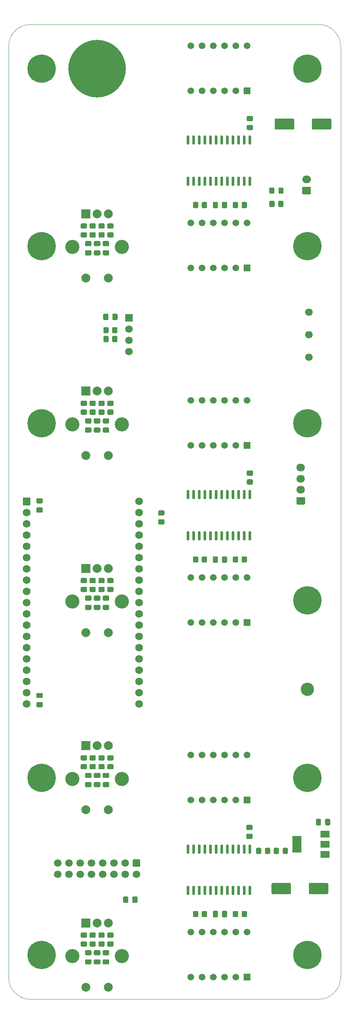
<source format=gbr>
G04 #@! TF.GenerationSoftware,KiCad,Pcbnew,6.0.10+dfsg-1~bpo11+1*
G04 #@! TF.ProjectId,ui,75692e6b-6963-4616-945f-706362585858,rev?*
G04 #@! TF.SameCoordinates,Original*
G04 #@! TF.FileFunction,Soldermask,Top*
G04 #@! TF.FilePolarity,Negative*
%FSLAX46Y46*%
G04 Gerber Fmt 4.6, Leading zero omitted, Abs format (unit mm)*
%MOMM*%
%LPD*%
G01*
G04 APERTURE LIST*
G04 #@! TA.AperFunction,Profile*
%ADD10C,0.100000*%
G04 #@! TD*
%ADD11C,0.800000*%
%ADD12C,6.400000*%
%ADD13C,0.900000*%
%ADD14C,13.000000*%
%ADD15O,1.950000X1.700000*%
%ADD16C,1.734000*%
%ADD17C,3.000000*%
%ADD18R,1.700000X1.700000*%
%ADD19C,1.700000*%
%ADD20R,2.000000X1.500000*%
%ADD21R,2.000000X3.800000*%
%ADD22O,2.000000X1.700000*%
%ADD23R,1.500000X1.500000*%
%ADD24C,1.500000*%
%ADD25R,2.000000X2.000000*%
%ADD26C,2.000000*%
%ADD27C,3.200000*%
G04 APERTURE END LIST*
D10*
X220000000Y-30000000D02*
X155000000Y-30000000D01*
X220000000Y-250000000D02*
G75*
G03*
X225000000Y-245000000I0J5000000D01*
G01*
X150000000Y-35000000D02*
X150000000Y-245000000D01*
X155000000Y-30000000D02*
G75*
G03*
X150000000Y-35000000I0J-5000000D01*
G01*
X225000000Y-35000000D02*
G75*
G03*
X220000000Y-30000000I-5000000J0D01*
G01*
X225000000Y-245000000D02*
X225000000Y-35000000D01*
X155000000Y-250000000D02*
X220000000Y-250000000D01*
X150000000Y-245000000D02*
G75*
G03*
X155000000Y-250000000I5000000J0D01*
G01*
G36*
G01*
X205900000Y-216950000D02*
X205900000Y-216050000D01*
G75*
G02*
X206150000Y-215800000I250000J0D01*
G01*
X206850000Y-215800000D01*
G75*
G02*
X207100000Y-216050000I0J-250000D01*
G01*
X207100000Y-216950000D01*
G75*
G02*
X206850000Y-217200000I-250000J0D01*
G01*
X206150000Y-217200000D01*
G75*
G02*
X205900000Y-216950000I0J250000D01*
G01*
G37*
G36*
G01*
X207900000Y-216950000D02*
X207900000Y-216050000D01*
G75*
G02*
X208150000Y-215800000I250000J0D01*
G01*
X208850000Y-215800000D01*
G75*
G02*
X209100000Y-216050000I0J-250000D01*
G01*
X209100000Y-216950000D01*
G75*
G02*
X208850000Y-217200000I-250000J0D01*
G01*
X208150000Y-217200000D01*
G75*
G02*
X207900000Y-216950000I0J250000D01*
G01*
G37*
G36*
G01*
X170550000Y-74900000D02*
X171450000Y-74900000D01*
G75*
G02*
X171700000Y-75150000I0J-250000D01*
G01*
X171700000Y-75850000D01*
G75*
G02*
X171450000Y-76100000I-250000J0D01*
G01*
X170550000Y-76100000D01*
G75*
G02*
X170300000Y-75850000I0J250000D01*
G01*
X170300000Y-75150000D01*
G75*
G02*
X170550000Y-74900000I250000J0D01*
G01*
G37*
G36*
G01*
X170550000Y-76900000D02*
X171450000Y-76900000D01*
G75*
G02*
X171700000Y-77150000I0J-250000D01*
G01*
X171700000Y-77850000D01*
G75*
G02*
X171450000Y-78100000I-250000J0D01*
G01*
X170550000Y-78100000D01*
G75*
G02*
X170300000Y-77850000I0J250000D01*
G01*
X170300000Y-77150000D01*
G75*
G02*
X170550000Y-76900000I250000J0D01*
G01*
G37*
G36*
G01*
X172550000Y-114900000D02*
X173450000Y-114900000D01*
G75*
G02*
X173700000Y-115150000I0J-250000D01*
G01*
X173700000Y-115850000D01*
G75*
G02*
X173450000Y-116100000I-250000J0D01*
G01*
X172550000Y-116100000D01*
G75*
G02*
X172300000Y-115850000I0J250000D01*
G01*
X172300000Y-115150000D01*
G75*
G02*
X172550000Y-114900000I250000J0D01*
G01*
G37*
G36*
G01*
X172550000Y-116900000D02*
X173450000Y-116900000D01*
G75*
G02*
X173700000Y-117150000I0J-250000D01*
G01*
X173700000Y-117850000D01*
G75*
G02*
X173450000Y-118100000I-250000J0D01*
G01*
X172550000Y-118100000D01*
G75*
G02*
X172300000Y-117850000I0J250000D01*
G01*
X172300000Y-117150000D01*
G75*
G02*
X172550000Y-116900000I250000J0D01*
G01*
G37*
G36*
G01*
X168550000Y-234900000D02*
X169450000Y-234900000D01*
G75*
G02*
X169700000Y-235150000I0J-250000D01*
G01*
X169700000Y-235850000D01*
G75*
G02*
X169450000Y-236100000I-250000J0D01*
G01*
X168550000Y-236100000D01*
G75*
G02*
X168300000Y-235850000I0J250000D01*
G01*
X168300000Y-235150000D01*
G75*
G02*
X168550000Y-234900000I250000J0D01*
G01*
G37*
G36*
G01*
X168550000Y-236900000D02*
X169450000Y-236900000D01*
G75*
G02*
X169700000Y-237150000I0J-250000D01*
G01*
X169700000Y-237850000D01*
G75*
G02*
X169450000Y-238100000I-250000J0D01*
G01*
X168550000Y-238100000D01*
G75*
G02*
X168300000Y-237850000I0J250000D01*
G01*
X168300000Y-237150000D01*
G75*
G02*
X168550000Y-236900000I250000J0D01*
G01*
G37*
G36*
G01*
X172475000Y-82125000D02*
X171525000Y-82125000D01*
G75*
G02*
X171275000Y-81875000I0J250000D01*
G01*
X171275000Y-81200000D01*
G75*
G02*
X171525000Y-80950000I250000J0D01*
G01*
X172475000Y-80950000D01*
G75*
G02*
X172725000Y-81200000I0J-250000D01*
G01*
X172725000Y-81875000D01*
G75*
G02*
X172475000Y-82125000I-250000J0D01*
G01*
G37*
G36*
G01*
X172475000Y-80050000D02*
X171525000Y-80050000D01*
G75*
G02*
X171275000Y-79800000I0J250000D01*
G01*
X171275000Y-79125000D01*
G75*
G02*
X171525000Y-78875000I250000J0D01*
G01*
X172475000Y-78875000D01*
G75*
G02*
X172725000Y-79125000I0J-250000D01*
G01*
X172725000Y-79800000D01*
G75*
G02*
X172475000Y-80050000I-250000J0D01*
G01*
G37*
G36*
G01*
X170550000Y-114900000D02*
X171450000Y-114900000D01*
G75*
G02*
X171700000Y-115150000I0J-250000D01*
G01*
X171700000Y-115850000D01*
G75*
G02*
X171450000Y-116100000I-250000J0D01*
G01*
X170550000Y-116100000D01*
G75*
G02*
X170300000Y-115850000I0J250000D01*
G01*
X170300000Y-115150000D01*
G75*
G02*
X170550000Y-114900000I250000J0D01*
G01*
G37*
G36*
G01*
X170550000Y-116900000D02*
X171450000Y-116900000D01*
G75*
G02*
X171700000Y-117150000I0J-250000D01*
G01*
X171700000Y-117850000D01*
G75*
G02*
X171450000Y-118100000I-250000J0D01*
G01*
X170550000Y-118100000D01*
G75*
G02*
X170300000Y-117850000I0J250000D01*
G01*
X170300000Y-117150000D01*
G75*
G02*
X170550000Y-116900000I250000J0D01*
G01*
G37*
G36*
G01*
X208900000Y-70950000D02*
X208900000Y-70050000D01*
G75*
G02*
X209150000Y-69800000I250000J0D01*
G01*
X209850000Y-69800000D01*
G75*
G02*
X210100000Y-70050000I0J-250000D01*
G01*
X210100000Y-70950000D01*
G75*
G02*
X209850000Y-71200000I-250000J0D01*
G01*
X209150000Y-71200000D01*
G75*
G02*
X208900000Y-70950000I0J250000D01*
G01*
G37*
G36*
G01*
X210900000Y-70950000D02*
X210900000Y-70050000D01*
G75*
G02*
X211150000Y-69800000I250000J0D01*
G01*
X211850000Y-69800000D01*
G75*
G02*
X212100000Y-70050000I0J-250000D01*
G01*
X212100000Y-70950000D01*
G75*
G02*
X211850000Y-71200000I-250000J0D01*
G01*
X211150000Y-71200000D01*
G75*
G02*
X210900000Y-70950000I0J250000D01*
G01*
G37*
G36*
G01*
X169525000Y-238875000D02*
X170475000Y-238875000D01*
G75*
G02*
X170725000Y-239125000I0J-250000D01*
G01*
X170725000Y-239800000D01*
G75*
G02*
X170475000Y-240050000I-250000J0D01*
G01*
X169525000Y-240050000D01*
G75*
G02*
X169275000Y-239800000I0J250000D01*
G01*
X169275000Y-239125000D01*
G75*
G02*
X169525000Y-238875000I250000J0D01*
G01*
G37*
G36*
G01*
X169525000Y-240950000D02*
X170475000Y-240950000D01*
G75*
G02*
X170725000Y-241200000I0J-250000D01*
G01*
X170725000Y-241875000D01*
G75*
G02*
X170475000Y-242125000I-250000J0D01*
G01*
X169525000Y-242125000D01*
G75*
G02*
X169275000Y-241875000I0J250000D01*
G01*
X169275000Y-241200000D01*
G75*
G02*
X169525000Y-240950000I250000J0D01*
G01*
G37*
D11*
X155100000Y-80000000D03*
X159197056Y-81697056D03*
X157500000Y-77600000D03*
X157500000Y-82400000D03*
D12*
X157500000Y-80000000D03*
D11*
X155802944Y-81697056D03*
X159900000Y-80000000D03*
X159197056Y-78302944D03*
X155802944Y-78302944D03*
G36*
G01*
X171375000Y-96475000D02*
X171375000Y-95525000D01*
G75*
G02*
X171625000Y-95275000I250000J0D01*
G01*
X172300000Y-95275000D01*
G75*
G02*
X172550000Y-95525000I0J-250000D01*
G01*
X172550000Y-96475000D01*
G75*
G02*
X172300000Y-96725000I-250000J0D01*
G01*
X171625000Y-96725000D01*
G75*
G02*
X171375000Y-96475000I0J250000D01*
G01*
G37*
G36*
G01*
X173450000Y-96475000D02*
X173450000Y-95525000D01*
G75*
G02*
X173700000Y-95275000I250000J0D01*
G01*
X174375000Y-95275000D01*
G75*
G02*
X174625000Y-95525000I0J-250000D01*
G01*
X174625000Y-96475000D01*
G75*
G02*
X174375000Y-96725000I-250000J0D01*
G01*
X173700000Y-96725000D01*
G75*
G02*
X173450000Y-96475000I0J250000D01*
G01*
G37*
G36*
G01*
X169525000Y-78875000D02*
X170475000Y-78875000D01*
G75*
G02*
X170725000Y-79125000I0J-250000D01*
G01*
X170725000Y-79800000D01*
G75*
G02*
X170475000Y-80050000I-250000J0D01*
G01*
X169525000Y-80050000D01*
G75*
G02*
X169275000Y-79800000I0J250000D01*
G01*
X169275000Y-79125000D01*
G75*
G02*
X169525000Y-78875000I250000J0D01*
G01*
G37*
G36*
G01*
X169525000Y-80950000D02*
X170475000Y-80950000D01*
G75*
G02*
X170725000Y-81200000I0J-250000D01*
G01*
X170725000Y-81875000D01*
G75*
G02*
X170475000Y-82125000I-250000J0D01*
G01*
X169525000Y-82125000D01*
G75*
G02*
X169275000Y-81875000I0J250000D01*
G01*
X169275000Y-81200000D01*
G75*
G02*
X169525000Y-80950000I250000J0D01*
G01*
G37*
G36*
G01*
X166550000Y-234900000D02*
X167450000Y-234900000D01*
G75*
G02*
X167700000Y-235150000I0J-250000D01*
G01*
X167700000Y-235850000D01*
G75*
G02*
X167450000Y-236100000I-250000J0D01*
G01*
X166550000Y-236100000D01*
G75*
G02*
X166300000Y-235850000I0J250000D01*
G01*
X166300000Y-235150000D01*
G75*
G02*
X166550000Y-234900000I250000J0D01*
G01*
G37*
G36*
G01*
X166550000Y-236900000D02*
X167450000Y-236900000D01*
G75*
G02*
X167700000Y-237150000I0J-250000D01*
G01*
X167700000Y-237850000D01*
G75*
G02*
X167450000Y-238100000I-250000J0D01*
G01*
X166550000Y-238100000D01*
G75*
G02*
X166300000Y-237850000I0J250000D01*
G01*
X166300000Y-237150000D01*
G75*
G02*
X166550000Y-236900000I250000J0D01*
G01*
G37*
G36*
G01*
X168550000Y-194900000D02*
X169450000Y-194900000D01*
G75*
G02*
X169700000Y-195150000I0J-250000D01*
G01*
X169700000Y-195850000D01*
G75*
G02*
X169450000Y-196100000I-250000J0D01*
G01*
X168550000Y-196100000D01*
G75*
G02*
X168300000Y-195850000I0J250000D01*
G01*
X168300000Y-195150000D01*
G75*
G02*
X168550000Y-194900000I250000J0D01*
G01*
G37*
G36*
G01*
X168550000Y-196900000D02*
X169450000Y-196900000D01*
G75*
G02*
X169700000Y-197150000I0J-250000D01*
G01*
X169700000Y-197850000D01*
G75*
G02*
X169450000Y-198100000I-250000J0D01*
G01*
X168550000Y-198100000D01*
G75*
G02*
X168300000Y-197850000I0J250000D01*
G01*
X168300000Y-197150000D01*
G75*
G02*
X168550000Y-196900000I250000J0D01*
G01*
G37*
D13*
X170000000Y-44875000D03*
X170000000Y-35125000D03*
D14*
X170000000Y-40000000D03*
D13*
X173447146Y-36552854D03*
X166552854Y-36552854D03*
X165125000Y-40000000D03*
X173447146Y-43447146D03*
X166552854Y-43447146D03*
X174875000Y-40000000D03*
G36*
G01*
X204050000Y-50650000D02*
X204950000Y-50650000D01*
G75*
G02*
X205200000Y-50900000I0J-250000D01*
G01*
X205200000Y-51600000D01*
G75*
G02*
X204950000Y-51850000I-250000J0D01*
G01*
X204050000Y-51850000D01*
G75*
G02*
X203800000Y-51600000I0J250000D01*
G01*
X203800000Y-50900000D01*
G75*
G02*
X204050000Y-50650000I250000J0D01*
G01*
G37*
G36*
G01*
X204050000Y-52650000D02*
X204950000Y-52650000D01*
G75*
G02*
X205200000Y-52900000I0J-250000D01*
G01*
X205200000Y-53600000D01*
G75*
G02*
X204950000Y-53850000I-250000J0D01*
G01*
X204050000Y-53850000D01*
G75*
G02*
X203800000Y-53600000I0J250000D01*
G01*
X203800000Y-52900000D01*
G75*
G02*
X204050000Y-52650000I250000J0D01*
G01*
G37*
G36*
G01*
X208900000Y-67950000D02*
X208900000Y-67050000D01*
G75*
G02*
X209150000Y-66800000I250000J0D01*
G01*
X209800000Y-66800000D01*
G75*
G02*
X210050000Y-67050000I0J-250000D01*
G01*
X210050000Y-67950000D01*
G75*
G02*
X209800000Y-68200000I-250000J0D01*
G01*
X209150000Y-68200000D01*
G75*
G02*
X208900000Y-67950000I0J250000D01*
G01*
G37*
G36*
G01*
X210950000Y-67950000D02*
X210950000Y-67050000D01*
G75*
G02*
X211200000Y-66800000I250000J0D01*
G01*
X211850000Y-66800000D01*
G75*
G02*
X212100000Y-67050000I0J-250000D01*
G01*
X212100000Y-67950000D01*
G75*
G02*
X211850000Y-68200000I-250000J0D01*
G01*
X211200000Y-68200000D01*
G75*
G02*
X210950000Y-67950000I0J250000D01*
G01*
G37*
G36*
G01*
X204335000Y-215075000D02*
X204635000Y-215075000D01*
G75*
G02*
X204785000Y-215225000I0J-150000D01*
G01*
X204785000Y-216975000D01*
G75*
G02*
X204635000Y-217125000I-150000J0D01*
G01*
X204335000Y-217125000D01*
G75*
G02*
X204185000Y-216975000I0J150000D01*
G01*
X204185000Y-215225000D01*
G75*
G02*
X204335000Y-215075000I150000J0D01*
G01*
G37*
G36*
G01*
X203065000Y-215075000D02*
X203365000Y-215075000D01*
G75*
G02*
X203515000Y-215225000I0J-150000D01*
G01*
X203515000Y-216975000D01*
G75*
G02*
X203365000Y-217125000I-150000J0D01*
G01*
X203065000Y-217125000D01*
G75*
G02*
X202915000Y-216975000I0J150000D01*
G01*
X202915000Y-215225000D01*
G75*
G02*
X203065000Y-215075000I150000J0D01*
G01*
G37*
G36*
G01*
X201795000Y-215075000D02*
X202095000Y-215075000D01*
G75*
G02*
X202245000Y-215225000I0J-150000D01*
G01*
X202245000Y-216975000D01*
G75*
G02*
X202095000Y-217125000I-150000J0D01*
G01*
X201795000Y-217125000D01*
G75*
G02*
X201645000Y-216975000I0J150000D01*
G01*
X201645000Y-215225000D01*
G75*
G02*
X201795000Y-215075000I150000J0D01*
G01*
G37*
G36*
G01*
X200525000Y-215075000D02*
X200825000Y-215075000D01*
G75*
G02*
X200975000Y-215225000I0J-150000D01*
G01*
X200975000Y-216975000D01*
G75*
G02*
X200825000Y-217125000I-150000J0D01*
G01*
X200525000Y-217125000D01*
G75*
G02*
X200375000Y-216975000I0J150000D01*
G01*
X200375000Y-215225000D01*
G75*
G02*
X200525000Y-215075000I150000J0D01*
G01*
G37*
G36*
G01*
X199255000Y-215075000D02*
X199555000Y-215075000D01*
G75*
G02*
X199705000Y-215225000I0J-150000D01*
G01*
X199705000Y-216975000D01*
G75*
G02*
X199555000Y-217125000I-150000J0D01*
G01*
X199255000Y-217125000D01*
G75*
G02*
X199105000Y-216975000I0J150000D01*
G01*
X199105000Y-215225000D01*
G75*
G02*
X199255000Y-215075000I150000J0D01*
G01*
G37*
G36*
G01*
X197985000Y-215075000D02*
X198285000Y-215075000D01*
G75*
G02*
X198435000Y-215225000I0J-150000D01*
G01*
X198435000Y-216975000D01*
G75*
G02*
X198285000Y-217125000I-150000J0D01*
G01*
X197985000Y-217125000D01*
G75*
G02*
X197835000Y-216975000I0J150000D01*
G01*
X197835000Y-215225000D01*
G75*
G02*
X197985000Y-215075000I150000J0D01*
G01*
G37*
G36*
G01*
X196715000Y-215075000D02*
X197015000Y-215075000D01*
G75*
G02*
X197165000Y-215225000I0J-150000D01*
G01*
X197165000Y-216975000D01*
G75*
G02*
X197015000Y-217125000I-150000J0D01*
G01*
X196715000Y-217125000D01*
G75*
G02*
X196565000Y-216975000I0J150000D01*
G01*
X196565000Y-215225000D01*
G75*
G02*
X196715000Y-215075000I150000J0D01*
G01*
G37*
G36*
G01*
X195445000Y-215075000D02*
X195745000Y-215075000D01*
G75*
G02*
X195895000Y-215225000I0J-150000D01*
G01*
X195895000Y-216975000D01*
G75*
G02*
X195745000Y-217125000I-150000J0D01*
G01*
X195445000Y-217125000D01*
G75*
G02*
X195295000Y-216975000I0J150000D01*
G01*
X195295000Y-215225000D01*
G75*
G02*
X195445000Y-215075000I150000J0D01*
G01*
G37*
G36*
G01*
X194175000Y-215075000D02*
X194475000Y-215075000D01*
G75*
G02*
X194625000Y-215225000I0J-150000D01*
G01*
X194625000Y-216975000D01*
G75*
G02*
X194475000Y-217125000I-150000J0D01*
G01*
X194175000Y-217125000D01*
G75*
G02*
X194025000Y-216975000I0J150000D01*
G01*
X194025000Y-215225000D01*
G75*
G02*
X194175000Y-215075000I150000J0D01*
G01*
G37*
G36*
G01*
X192905000Y-215075000D02*
X193205000Y-215075000D01*
G75*
G02*
X193355000Y-215225000I0J-150000D01*
G01*
X193355000Y-216975000D01*
G75*
G02*
X193205000Y-217125000I-150000J0D01*
G01*
X192905000Y-217125000D01*
G75*
G02*
X192755000Y-216975000I0J150000D01*
G01*
X192755000Y-215225000D01*
G75*
G02*
X192905000Y-215075000I150000J0D01*
G01*
G37*
G36*
G01*
X191635000Y-215075000D02*
X191935000Y-215075000D01*
G75*
G02*
X192085000Y-215225000I0J-150000D01*
G01*
X192085000Y-216975000D01*
G75*
G02*
X191935000Y-217125000I-150000J0D01*
G01*
X191635000Y-217125000D01*
G75*
G02*
X191485000Y-216975000I0J150000D01*
G01*
X191485000Y-215225000D01*
G75*
G02*
X191635000Y-215075000I150000J0D01*
G01*
G37*
G36*
G01*
X190365000Y-215075000D02*
X190665000Y-215075000D01*
G75*
G02*
X190815000Y-215225000I0J-150000D01*
G01*
X190815000Y-216975000D01*
G75*
G02*
X190665000Y-217125000I-150000J0D01*
G01*
X190365000Y-217125000D01*
G75*
G02*
X190215000Y-216975000I0J150000D01*
G01*
X190215000Y-215225000D01*
G75*
G02*
X190365000Y-215075000I150000J0D01*
G01*
G37*
G36*
G01*
X190365000Y-224375000D02*
X190665000Y-224375000D01*
G75*
G02*
X190815000Y-224525000I0J-150000D01*
G01*
X190815000Y-226275000D01*
G75*
G02*
X190665000Y-226425000I-150000J0D01*
G01*
X190365000Y-226425000D01*
G75*
G02*
X190215000Y-226275000I0J150000D01*
G01*
X190215000Y-224525000D01*
G75*
G02*
X190365000Y-224375000I150000J0D01*
G01*
G37*
G36*
G01*
X191635000Y-224375000D02*
X191935000Y-224375000D01*
G75*
G02*
X192085000Y-224525000I0J-150000D01*
G01*
X192085000Y-226275000D01*
G75*
G02*
X191935000Y-226425000I-150000J0D01*
G01*
X191635000Y-226425000D01*
G75*
G02*
X191485000Y-226275000I0J150000D01*
G01*
X191485000Y-224525000D01*
G75*
G02*
X191635000Y-224375000I150000J0D01*
G01*
G37*
G36*
G01*
X192905000Y-224375000D02*
X193205000Y-224375000D01*
G75*
G02*
X193355000Y-224525000I0J-150000D01*
G01*
X193355000Y-226275000D01*
G75*
G02*
X193205000Y-226425000I-150000J0D01*
G01*
X192905000Y-226425000D01*
G75*
G02*
X192755000Y-226275000I0J150000D01*
G01*
X192755000Y-224525000D01*
G75*
G02*
X192905000Y-224375000I150000J0D01*
G01*
G37*
G36*
G01*
X194175000Y-224375000D02*
X194475000Y-224375000D01*
G75*
G02*
X194625000Y-224525000I0J-150000D01*
G01*
X194625000Y-226275000D01*
G75*
G02*
X194475000Y-226425000I-150000J0D01*
G01*
X194175000Y-226425000D01*
G75*
G02*
X194025000Y-226275000I0J150000D01*
G01*
X194025000Y-224525000D01*
G75*
G02*
X194175000Y-224375000I150000J0D01*
G01*
G37*
G36*
G01*
X195445000Y-224375000D02*
X195745000Y-224375000D01*
G75*
G02*
X195895000Y-224525000I0J-150000D01*
G01*
X195895000Y-226275000D01*
G75*
G02*
X195745000Y-226425000I-150000J0D01*
G01*
X195445000Y-226425000D01*
G75*
G02*
X195295000Y-226275000I0J150000D01*
G01*
X195295000Y-224525000D01*
G75*
G02*
X195445000Y-224375000I150000J0D01*
G01*
G37*
G36*
G01*
X196715000Y-224375000D02*
X197015000Y-224375000D01*
G75*
G02*
X197165000Y-224525000I0J-150000D01*
G01*
X197165000Y-226275000D01*
G75*
G02*
X197015000Y-226425000I-150000J0D01*
G01*
X196715000Y-226425000D01*
G75*
G02*
X196565000Y-226275000I0J150000D01*
G01*
X196565000Y-224525000D01*
G75*
G02*
X196715000Y-224375000I150000J0D01*
G01*
G37*
G36*
G01*
X197985000Y-224375000D02*
X198285000Y-224375000D01*
G75*
G02*
X198435000Y-224525000I0J-150000D01*
G01*
X198435000Y-226275000D01*
G75*
G02*
X198285000Y-226425000I-150000J0D01*
G01*
X197985000Y-226425000D01*
G75*
G02*
X197835000Y-226275000I0J150000D01*
G01*
X197835000Y-224525000D01*
G75*
G02*
X197985000Y-224375000I150000J0D01*
G01*
G37*
G36*
G01*
X199255000Y-224375000D02*
X199555000Y-224375000D01*
G75*
G02*
X199705000Y-224525000I0J-150000D01*
G01*
X199705000Y-226275000D01*
G75*
G02*
X199555000Y-226425000I-150000J0D01*
G01*
X199255000Y-226425000D01*
G75*
G02*
X199105000Y-226275000I0J150000D01*
G01*
X199105000Y-224525000D01*
G75*
G02*
X199255000Y-224375000I150000J0D01*
G01*
G37*
G36*
G01*
X200525000Y-224375000D02*
X200825000Y-224375000D01*
G75*
G02*
X200975000Y-224525000I0J-150000D01*
G01*
X200975000Y-226275000D01*
G75*
G02*
X200825000Y-226425000I-150000J0D01*
G01*
X200525000Y-226425000D01*
G75*
G02*
X200375000Y-226275000I0J150000D01*
G01*
X200375000Y-224525000D01*
G75*
G02*
X200525000Y-224375000I150000J0D01*
G01*
G37*
G36*
G01*
X201795000Y-224375000D02*
X202095000Y-224375000D01*
G75*
G02*
X202245000Y-224525000I0J-150000D01*
G01*
X202245000Y-226275000D01*
G75*
G02*
X202095000Y-226425000I-150000J0D01*
G01*
X201795000Y-226425000D01*
G75*
G02*
X201645000Y-226275000I0J150000D01*
G01*
X201645000Y-224525000D01*
G75*
G02*
X201795000Y-224375000I150000J0D01*
G01*
G37*
G36*
G01*
X203065000Y-224375000D02*
X203365000Y-224375000D01*
G75*
G02*
X203515000Y-224525000I0J-150000D01*
G01*
X203515000Y-226275000D01*
G75*
G02*
X203365000Y-226425000I-150000J0D01*
G01*
X203065000Y-226425000D01*
G75*
G02*
X202915000Y-226275000I0J150000D01*
G01*
X202915000Y-224525000D01*
G75*
G02*
X203065000Y-224375000I150000J0D01*
G01*
G37*
G36*
G01*
X204335000Y-224375000D02*
X204635000Y-224375000D01*
G75*
G02*
X204785000Y-224525000I0J-150000D01*
G01*
X204785000Y-226275000D01*
G75*
G02*
X204635000Y-226425000I-150000J0D01*
G01*
X204335000Y-226425000D01*
G75*
G02*
X204185000Y-226275000I0J150000D01*
G01*
X204185000Y-224525000D01*
G75*
G02*
X204335000Y-224375000I150000J0D01*
G01*
G37*
G36*
G01*
X170550000Y-154900000D02*
X171450000Y-154900000D01*
G75*
G02*
X171700000Y-155150000I0J-250000D01*
G01*
X171700000Y-155850000D01*
G75*
G02*
X171450000Y-156100000I-250000J0D01*
G01*
X170550000Y-156100000D01*
G75*
G02*
X170300000Y-155850000I0J250000D01*
G01*
X170300000Y-155150000D01*
G75*
G02*
X170550000Y-154900000I250000J0D01*
G01*
G37*
G36*
G01*
X170550000Y-156900000D02*
X171450000Y-156900000D01*
G75*
G02*
X171700000Y-157150000I0J-250000D01*
G01*
X171700000Y-157850000D01*
G75*
G02*
X171450000Y-158100000I-250000J0D01*
G01*
X170550000Y-158100000D01*
G75*
G02*
X170300000Y-157850000I0J250000D01*
G01*
X170300000Y-157150000D01*
G75*
G02*
X170550000Y-156900000I250000J0D01*
G01*
G37*
G36*
G01*
X216725000Y-138350000D02*
X215275000Y-138350000D01*
G75*
G02*
X215025000Y-138100000I0J250000D01*
G01*
X215025000Y-136900000D01*
G75*
G02*
X215275000Y-136650000I250000J0D01*
G01*
X216725000Y-136650000D01*
G75*
G02*
X216975000Y-136900000I0J-250000D01*
G01*
X216975000Y-138100000D01*
G75*
G02*
X216725000Y-138350000I-250000J0D01*
G01*
G37*
D15*
X216000000Y-135000000D03*
X216000000Y-132500000D03*
X216000000Y-130000000D03*
G36*
G01*
X209900000Y-216950000D02*
X209900000Y-216050000D01*
G75*
G02*
X210150000Y-215800000I250000J0D01*
G01*
X210800000Y-215800000D01*
G75*
G02*
X211050000Y-216050000I0J-250000D01*
G01*
X211050000Y-216950000D01*
G75*
G02*
X210800000Y-217200000I-250000J0D01*
G01*
X210150000Y-217200000D01*
G75*
G02*
X209900000Y-216950000I0J250000D01*
G01*
G37*
G36*
G01*
X211950000Y-216950000D02*
X211950000Y-216050000D01*
G75*
G02*
X212200000Y-215800000I250000J0D01*
G01*
X212850000Y-215800000D01*
G75*
G02*
X213100000Y-216050000I0J-250000D01*
G01*
X213100000Y-216950000D01*
G75*
G02*
X212850000Y-217200000I-250000J0D01*
G01*
X212200000Y-217200000D01*
G75*
G02*
X211950000Y-216950000I0J250000D01*
G01*
G37*
G36*
G01*
X172475000Y-122125000D02*
X171525000Y-122125000D01*
G75*
G02*
X171275000Y-121875000I0J250000D01*
G01*
X171275000Y-121200000D01*
G75*
G02*
X171525000Y-120950000I250000J0D01*
G01*
X172475000Y-120950000D01*
G75*
G02*
X172725000Y-121200000I0J-250000D01*
G01*
X172725000Y-121875000D01*
G75*
G02*
X172475000Y-122125000I-250000J0D01*
G01*
G37*
G36*
G01*
X172475000Y-120050000D02*
X171525000Y-120050000D01*
G75*
G02*
X171275000Y-119800000I0J250000D01*
G01*
X171275000Y-119125000D01*
G75*
G02*
X171525000Y-118875000I250000J0D01*
G01*
X172475000Y-118875000D01*
G75*
G02*
X172725000Y-119125000I0J-250000D01*
G01*
X172725000Y-119800000D01*
G75*
G02*
X172475000Y-120050000I-250000J0D01*
G01*
G37*
G36*
G01*
X168550000Y-114900000D02*
X169450000Y-114900000D01*
G75*
G02*
X169700000Y-115150000I0J-250000D01*
G01*
X169700000Y-115850000D01*
G75*
G02*
X169450000Y-116100000I-250000J0D01*
G01*
X168550000Y-116100000D01*
G75*
G02*
X168300000Y-115850000I0J250000D01*
G01*
X168300000Y-115150000D01*
G75*
G02*
X168550000Y-114900000I250000J0D01*
G01*
G37*
G36*
G01*
X168550000Y-116900000D02*
X169450000Y-116900000D01*
G75*
G02*
X169700000Y-117150000I0J-250000D01*
G01*
X169700000Y-117850000D01*
G75*
G02*
X169450000Y-118100000I-250000J0D01*
G01*
X168550000Y-118100000D01*
G75*
G02*
X168300000Y-117850000I0J250000D01*
G01*
X168300000Y-117150000D01*
G75*
G02*
X168550000Y-116900000I250000J0D01*
G01*
G37*
G36*
G01*
X172550000Y-74900000D02*
X173450000Y-74900000D01*
G75*
G02*
X173700000Y-75150000I0J-250000D01*
G01*
X173700000Y-75850000D01*
G75*
G02*
X173450000Y-76100000I-250000J0D01*
G01*
X172550000Y-76100000D01*
G75*
G02*
X172300000Y-75850000I0J250000D01*
G01*
X172300000Y-75150000D01*
G75*
G02*
X172550000Y-74900000I250000J0D01*
G01*
G37*
G36*
G01*
X172550000Y-76900000D02*
X173450000Y-76900000D01*
G75*
G02*
X173700000Y-77150000I0J-250000D01*
G01*
X173700000Y-77850000D01*
G75*
G02*
X173450000Y-78100000I-250000J0D01*
G01*
X172550000Y-78100000D01*
G75*
G02*
X172300000Y-77850000I0J250000D01*
G01*
X172300000Y-77150000D01*
G75*
G02*
X172550000Y-76900000I250000J0D01*
G01*
G37*
G36*
G01*
X191650000Y-231200000D02*
X191650000Y-230300000D01*
G75*
G02*
X191900000Y-230050000I250000J0D01*
G01*
X192600000Y-230050000D01*
G75*
G02*
X192850000Y-230300000I0J-250000D01*
G01*
X192850000Y-231200000D01*
G75*
G02*
X192600000Y-231450000I-250000J0D01*
G01*
X191900000Y-231450000D01*
G75*
G02*
X191650000Y-231200000I0J250000D01*
G01*
G37*
G36*
G01*
X193650000Y-231200000D02*
X193650000Y-230300000D01*
G75*
G02*
X193900000Y-230050000I250000J0D01*
G01*
X194600000Y-230050000D01*
G75*
G02*
X194850000Y-230300000I0J-250000D01*
G01*
X194850000Y-231200000D01*
G75*
G02*
X194600000Y-231450000I-250000J0D01*
G01*
X193900000Y-231450000D01*
G75*
G02*
X193650000Y-231200000I0J250000D01*
G01*
G37*
G36*
G01*
X172475000Y-242125000D02*
X171525000Y-242125000D01*
G75*
G02*
X171275000Y-241875000I0J250000D01*
G01*
X171275000Y-241200000D01*
G75*
G02*
X171525000Y-240950000I250000J0D01*
G01*
X172475000Y-240950000D01*
G75*
G02*
X172725000Y-241200000I0J-250000D01*
G01*
X172725000Y-241875000D01*
G75*
G02*
X172475000Y-242125000I-250000J0D01*
G01*
G37*
G36*
G01*
X172475000Y-240050000D02*
X171525000Y-240050000D01*
G75*
G02*
X171275000Y-239800000I0J250000D01*
G01*
X171275000Y-239125000D01*
G75*
G02*
X171525000Y-238875000I250000J0D01*
G01*
X172475000Y-238875000D01*
G75*
G02*
X172725000Y-239125000I0J-250000D01*
G01*
X172725000Y-239800000D01*
G75*
G02*
X172475000Y-240050000I-250000J0D01*
G01*
G37*
G36*
G01*
X174600000Y-100550000D02*
X174600000Y-101450000D01*
G75*
G02*
X174350000Y-101700000I-250000J0D01*
G01*
X173650000Y-101700000D01*
G75*
G02*
X173400000Y-101450000I0J250000D01*
G01*
X173400000Y-100550000D01*
G75*
G02*
X173650000Y-100300000I250000J0D01*
G01*
X174350000Y-100300000D01*
G75*
G02*
X174600000Y-100550000I0J-250000D01*
G01*
G37*
G36*
G01*
X172600000Y-100550000D02*
X172600000Y-101450000D01*
G75*
G02*
X172350000Y-101700000I-250000J0D01*
G01*
X171650000Y-101700000D01*
G75*
G02*
X171400000Y-101450000I0J250000D01*
G01*
X171400000Y-100550000D01*
G75*
G02*
X171650000Y-100300000I250000J0D01*
G01*
X172350000Y-100300000D01*
G75*
G02*
X172600000Y-100550000I0J-250000D01*
G01*
G37*
G36*
G01*
X209400000Y-226000000D02*
X209400000Y-224000000D01*
G75*
G02*
X209650000Y-223750000I250000J0D01*
G01*
X213550000Y-223750000D01*
G75*
G02*
X213800000Y-224000000I0J-250000D01*
G01*
X213800000Y-226000000D01*
G75*
G02*
X213550000Y-226250000I-250000J0D01*
G01*
X209650000Y-226250000D01*
G75*
G02*
X209400000Y-226000000I0J250000D01*
G01*
G37*
G36*
G01*
X217800000Y-226000000D02*
X217800000Y-224000000D01*
G75*
G02*
X218050000Y-223750000I250000J0D01*
G01*
X221950000Y-223750000D01*
G75*
G02*
X222200000Y-224000000I0J-250000D01*
G01*
X222200000Y-226000000D01*
G75*
G02*
X221950000Y-226250000I-250000J0D01*
G01*
X218050000Y-226250000D01*
G75*
G02*
X217800000Y-226000000I0J250000D01*
G01*
G37*
G36*
G01*
X153233000Y-138415000D02*
X153233000Y-136885000D01*
G75*
G02*
X153335000Y-136783000I102000J0D01*
G01*
X154865000Y-136783000D01*
G75*
G02*
X154967000Y-136885000I0J-102000D01*
G01*
X154967000Y-138415000D01*
G75*
G02*
X154865000Y-138517000I-102000J0D01*
G01*
X153335000Y-138517000D01*
G75*
G02*
X153233000Y-138415000I0J102000D01*
G01*
G37*
D16*
X154100000Y-140190000D03*
X154100000Y-142730000D03*
X154100000Y-145270000D03*
X154100000Y-147810000D03*
X154100000Y-150350000D03*
X154100000Y-152890000D03*
X154100000Y-155430000D03*
X154100000Y-157970000D03*
X154100000Y-160510000D03*
X154100000Y-163050000D03*
X154100000Y-165590000D03*
X154100000Y-168130000D03*
X154100000Y-170670000D03*
X154100000Y-173210000D03*
X154100000Y-175750000D03*
X154100000Y-178290000D03*
X154100000Y-180830000D03*
X154100000Y-183370000D03*
X179500000Y-183370000D03*
X179500000Y-180830000D03*
X179500000Y-178290000D03*
X179500000Y-175750000D03*
X179500000Y-173210000D03*
X179500000Y-170670000D03*
X179500000Y-168130000D03*
X179500000Y-165590000D03*
X179500000Y-163050000D03*
X179500000Y-160510000D03*
X179500000Y-157970000D03*
X179500000Y-155430000D03*
X179500000Y-152890000D03*
X179500000Y-150350000D03*
X179500000Y-147810000D03*
X179500000Y-145270000D03*
X179500000Y-142730000D03*
X179500000Y-140190000D03*
X179500000Y-137650000D03*
G36*
G01*
X196125000Y-151225000D02*
X196125000Y-150275000D01*
G75*
G02*
X196375000Y-150025000I250000J0D01*
G01*
X197050000Y-150025000D01*
G75*
G02*
X197300000Y-150275000I0J-250000D01*
G01*
X197300000Y-151225000D01*
G75*
G02*
X197050000Y-151475000I-250000J0D01*
G01*
X196375000Y-151475000D01*
G75*
G02*
X196125000Y-151225000I0J250000D01*
G01*
G37*
G36*
G01*
X198200000Y-151225000D02*
X198200000Y-150275000D01*
G75*
G02*
X198450000Y-150025000I250000J0D01*
G01*
X199125000Y-150025000D01*
G75*
G02*
X199375000Y-150275000I0J-250000D01*
G01*
X199375000Y-151225000D01*
G75*
G02*
X199125000Y-151475000I-250000J0D01*
G01*
X198450000Y-151475000D01*
G75*
G02*
X198200000Y-151225000I0J250000D01*
G01*
G37*
G36*
G01*
X191650000Y-151200000D02*
X191650000Y-150300000D01*
G75*
G02*
X191900000Y-150050000I250000J0D01*
G01*
X192600000Y-150050000D01*
G75*
G02*
X192850000Y-150300000I0J-250000D01*
G01*
X192850000Y-151200000D01*
G75*
G02*
X192600000Y-151450000I-250000J0D01*
G01*
X191900000Y-151450000D01*
G75*
G02*
X191650000Y-151200000I0J250000D01*
G01*
G37*
G36*
G01*
X193650000Y-151200000D02*
X193650000Y-150300000D01*
G75*
G02*
X193900000Y-150050000I250000J0D01*
G01*
X194600000Y-150050000D01*
G75*
G02*
X194850000Y-150300000I0J-250000D01*
G01*
X194850000Y-151200000D01*
G75*
G02*
X194600000Y-151450000I-250000J0D01*
G01*
X193900000Y-151450000D01*
G75*
G02*
X193650000Y-151200000I0J250000D01*
G01*
G37*
G36*
G01*
X167525000Y-78875000D02*
X168475000Y-78875000D01*
G75*
G02*
X168725000Y-79125000I0J-250000D01*
G01*
X168725000Y-79800000D01*
G75*
G02*
X168475000Y-80050000I-250000J0D01*
G01*
X167525000Y-80050000D01*
G75*
G02*
X167275000Y-79800000I0J250000D01*
G01*
X167275000Y-79125000D01*
G75*
G02*
X167525000Y-78875000I250000J0D01*
G01*
G37*
G36*
G01*
X167525000Y-80950000D02*
X168475000Y-80950000D01*
G75*
G02*
X168725000Y-81200000I0J-250000D01*
G01*
X168725000Y-81875000D01*
G75*
G02*
X168475000Y-82125000I-250000J0D01*
G01*
X167525000Y-82125000D01*
G75*
G02*
X167275000Y-81875000I0J250000D01*
G01*
X167275000Y-81200000D01*
G75*
G02*
X167525000Y-80950000I250000J0D01*
G01*
G37*
G36*
G01*
X169525000Y-198875000D02*
X170475000Y-198875000D01*
G75*
G02*
X170725000Y-199125000I0J-250000D01*
G01*
X170725000Y-199800000D01*
G75*
G02*
X170475000Y-200050000I-250000J0D01*
G01*
X169525000Y-200050000D01*
G75*
G02*
X169275000Y-199800000I0J250000D01*
G01*
X169275000Y-199125000D01*
G75*
G02*
X169525000Y-198875000I250000J0D01*
G01*
G37*
G36*
G01*
X169525000Y-200950000D02*
X170475000Y-200950000D01*
G75*
G02*
X170725000Y-201200000I0J-250000D01*
G01*
X170725000Y-201875000D01*
G75*
G02*
X170475000Y-202125000I-250000J0D01*
G01*
X169525000Y-202125000D01*
G75*
G02*
X169275000Y-201875000I0J250000D01*
G01*
X169275000Y-201200000D01*
G75*
G02*
X169525000Y-200950000I250000J0D01*
G01*
G37*
D12*
X157500000Y-240000000D03*
D11*
X159197056Y-238302944D03*
X157500000Y-242400000D03*
X155802944Y-241697056D03*
X159197056Y-241697056D03*
X159900000Y-240000000D03*
X155802944Y-238302944D03*
X155100000Y-240000000D03*
X157500000Y-237600000D03*
X157500000Y-197600000D03*
X155802944Y-201697056D03*
X155100000Y-200000000D03*
D12*
X157500000Y-200000000D03*
D11*
X155802944Y-198302944D03*
X159900000Y-200000000D03*
X157500000Y-202400000D03*
X159197056Y-201697056D03*
X159197056Y-198302944D03*
G36*
G01*
X172550000Y-234900000D02*
X173450000Y-234900000D01*
G75*
G02*
X173700000Y-235150000I0J-250000D01*
G01*
X173700000Y-235850000D01*
G75*
G02*
X173450000Y-236100000I-250000J0D01*
G01*
X172550000Y-236100000D01*
G75*
G02*
X172300000Y-235850000I0J250000D01*
G01*
X172300000Y-235150000D01*
G75*
G02*
X172550000Y-234900000I250000J0D01*
G01*
G37*
G36*
G01*
X172550000Y-236900000D02*
X173450000Y-236900000D01*
G75*
G02*
X173700000Y-237150000I0J-250000D01*
G01*
X173700000Y-237850000D01*
G75*
G02*
X173450000Y-238100000I-250000J0D01*
G01*
X172550000Y-238100000D01*
G75*
G02*
X172300000Y-237850000I0J250000D01*
G01*
X172300000Y-237150000D01*
G75*
G02*
X172550000Y-236900000I250000J0D01*
G01*
G37*
G36*
G01*
X172475000Y-162125000D02*
X171525000Y-162125000D01*
G75*
G02*
X171275000Y-161875000I0J250000D01*
G01*
X171275000Y-161200000D01*
G75*
G02*
X171525000Y-160950000I250000J0D01*
G01*
X172475000Y-160950000D01*
G75*
G02*
X172725000Y-161200000I0J-250000D01*
G01*
X172725000Y-161875000D01*
G75*
G02*
X172475000Y-162125000I-250000J0D01*
G01*
G37*
G36*
G01*
X172475000Y-160050000D02*
X171525000Y-160050000D01*
G75*
G02*
X171275000Y-159800000I0J250000D01*
G01*
X171275000Y-159125000D01*
G75*
G02*
X171525000Y-158875000I250000J0D01*
G01*
X172475000Y-158875000D01*
G75*
G02*
X172725000Y-159125000I0J-250000D01*
G01*
X172725000Y-159800000D01*
G75*
G02*
X172475000Y-160050000I-250000J0D01*
G01*
G37*
G36*
G01*
X204050000Y-130650000D02*
X204950000Y-130650000D01*
G75*
G02*
X205200000Y-130900000I0J-250000D01*
G01*
X205200000Y-131600000D01*
G75*
G02*
X204950000Y-131850000I-250000J0D01*
G01*
X204050000Y-131850000D01*
G75*
G02*
X203800000Y-131600000I0J250000D01*
G01*
X203800000Y-130900000D01*
G75*
G02*
X204050000Y-130650000I250000J0D01*
G01*
G37*
G36*
G01*
X204050000Y-132650000D02*
X204950000Y-132650000D01*
G75*
G02*
X205200000Y-132900000I0J-250000D01*
G01*
X205200000Y-133600000D01*
G75*
G02*
X204950000Y-133850000I-250000J0D01*
G01*
X204050000Y-133850000D01*
G75*
G02*
X203800000Y-133600000I0J250000D01*
G01*
X203800000Y-132900000D01*
G75*
G02*
X204050000Y-132650000I250000J0D01*
G01*
G37*
G36*
G01*
X169525000Y-158875000D02*
X170475000Y-158875000D01*
G75*
G02*
X170725000Y-159125000I0J-250000D01*
G01*
X170725000Y-159800000D01*
G75*
G02*
X170475000Y-160050000I-250000J0D01*
G01*
X169525000Y-160050000D01*
G75*
G02*
X169275000Y-159800000I0J250000D01*
G01*
X169275000Y-159125000D01*
G75*
G02*
X169525000Y-158875000I250000J0D01*
G01*
G37*
G36*
G01*
X169525000Y-160950000D02*
X170475000Y-160950000D01*
G75*
G02*
X170725000Y-161200000I0J-250000D01*
G01*
X170725000Y-161875000D01*
G75*
G02*
X170475000Y-162125000I-250000J0D01*
G01*
X169525000Y-162125000D01*
G75*
G02*
X169275000Y-161875000I0J250000D01*
G01*
X169275000Y-161200000D01*
G75*
G02*
X169525000Y-160950000I250000J0D01*
G01*
G37*
D17*
X217500000Y-180000000D03*
D11*
X215802944Y-201697056D03*
X217500000Y-197600000D03*
X219900000Y-200000000D03*
X219197056Y-201697056D03*
X215802944Y-198302944D03*
X219197056Y-198302944D03*
D12*
X217500000Y-200000000D03*
D11*
X217500000Y-202400000D03*
X215100000Y-200000000D03*
G36*
G01*
X203850000Y-150300000D02*
X203850000Y-151200000D01*
G75*
G02*
X203600000Y-151450000I-250000J0D01*
G01*
X202900000Y-151450000D01*
G75*
G02*
X202650000Y-151200000I0J250000D01*
G01*
X202650000Y-150300000D01*
G75*
G02*
X202900000Y-150050000I250000J0D01*
G01*
X203600000Y-150050000D01*
G75*
G02*
X203850000Y-150300000I0J-250000D01*
G01*
G37*
G36*
G01*
X201850000Y-150300000D02*
X201850000Y-151200000D01*
G75*
G02*
X201600000Y-151450000I-250000J0D01*
G01*
X200900000Y-151450000D01*
G75*
G02*
X200650000Y-151200000I0J250000D01*
G01*
X200650000Y-150300000D01*
G75*
G02*
X200900000Y-150050000I250000J0D01*
G01*
X201600000Y-150050000D01*
G75*
G02*
X201850000Y-150300000I0J-250000D01*
G01*
G37*
G36*
G01*
X184950000Y-142850000D02*
X184050000Y-142850000D01*
G75*
G02*
X183800000Y-142600000I0J250000D01*
G01*
X183800000Y-141900000D01*
G75*
G02*
X184050000Y-141650000I250000J0D01*
G01*
X184950000Y-141650000D01*
G75*
G02*
X185200000Y-141900000I0J-250000D01*
G01*
X185200000Y-142600000D01*
G75*
G02*
X184950000Y-142850000I-250000J0D01*
G01*
G37*
G36*
G01*
X184950000Y-140850000D02*
X184050000Y-140850000D01*
G75*
G02*
X183800000Y-140600000I0J250000D01*
G01*
X183800000Y-139900000D01*
G75*
G02*
X184050000Y-139650000I250000J0D01*
G01*
X184950000Y-139650000D01*
G75*
G02*
X185200000Y-139900000I0J-250000D01*
G01*
X185200000Y-140600000D01*
G75*
G02*
X184950000Y-140850000I-250000J0D01*
G01*
G37*
G36*
G01*
X168550000Y-154900000D02*
X169450000Y-154900000D01*
G75*
G02*
X169700000Y-155150000I0J-250000D01*
G01*
X169700000Y-155850000D01*
G75*
G02*
X169450000Y-156100000I-250000J0D01*
G01*
X168550000Y-156100000D01*
G75*
G02*
X168300000Y-155850000I0J250000D01*
G01*
X168300000Y-155150000D01*
G75*
G02*
X168550000Y-154900000I250000J0D01*
G01*
G37*
G36*
G01*
X168550000Y-156900000D02*
X169450000Y-156900000D01*
G75*
G02*
X169700000Y-157150000I0J-250000D01*
G01*
X169700000Y-157850000D01*
G75*
G02*
X169450000Y-158100000I-250000J0D01*
G01*
X168550000Y-158100000D01*
G75*
G02*
X168300000Y-157850000I0J250000D01*
G01*
X168300000Y-157150000D01*
G75*
G02*
X168550000Y-156900000I250000J0D01*
G01*
G37*
G36*
G01*
X166550000Y-74900000D02*
X167450000Y-74900000D01*
G75*
G02*
X167700000Y-75150000I0J-250000D01*
G01*
X167700000Y-75850000D01*
G75*
G02*
X167450000Y-76100000I-250000J0D01*
G01*
X166550000Y-76100000D01*
G75*
G02*
X166300000Y-75850000I0J250000D01*
G01*
X166300000Y-75150000D01*
G75*
G02*
X166550000Y-74900000I250000J0D01*
G01*
G37*
G36*
G01*
X166550000Y-76900000D02*
X167450000Y-76900000D01*
G75*
G02*
X167700000Y-77150000I0J-250000D01*
G01*
X167700000Y-77850000D01*
G75*
G02*
X167450000Y-78100000I-250000J0D01*
G01*
X166550000Y-78100000D01*
G75*
G02*
X166300000Y-77850000I0J250000D01*
G01*
X166300000Y-77150000D01*
G75*
G02*
X166550000Y-76900000I250000J0D01*
G01*
G37*
D18*
X177180000Y-96190000D03*
D19*
X177180000Y-98730000D03*
X177180000Y-101270000D03*
X177180000Y-103810000D03*
X217820000Y-94920000D03*
X217820000Y-100000000D03*
X217820000Y-105080000D03*
G36*
G01*
X168550000Y-74900000D02*
X169450000Y-74900000D01*
G75*
G02*
X169700000Y-75150000I0J-250000D01*
G01*
X169700000Y-75850000D01*
G75*
G02*
X169450000Y-76100000I-250000J0D01*
G01*
X168550000Y-76100000D01*
G75*
G02*
X168300000Y-75850000I0J250000D01*
G01*
X168300000Y-75150000D01*
G75*
G02*
X168550000Y-74900000I250000J0D01*
G01*
G37*
G36*
G01*
X168550000Y-76900000D02*
X169450000Y-76900000D01*
G75*
G02*
X169700000Y-77150000I0J-250000D01*
G01*
X169700000Y-77850000D01*
G75*
G02*
X169450000Y-78100000I-250000J0D01*
G01*
X168550000Y-78100000D01*
G75*
G02*
X168300000Y-77850000I0J250000D01*
G01*
X168300000Y-77150000D01*
G75*
G02*
X168550000Y-76900000I250000J0D01*
G01*
G37*
G36*
G01*
X178290000Y-218397500D02*
X179490000Y-218397500D01*
G75*
G02*
X179740000Y-218647500I0J-250000D01*
G01*
X179740000Y-219847500D01*
G75*
G02*
X179490000Y-220097500I-250000J0D01*
G01*
X178290000Y-220097500D01*
G75*
G02*
X178040000Y-219847500I0J250000D01*
G01*
X178040000Y-218647500D01*
G75*
G02*
X178290000Y-218397500I250000J0D01*
G01*
G37*
X178890000Y-221787500D03*
X176350000Y-219247500D03*
X176350000Y-221787500D03*
X173810000Y-219247500D03*
X173810000Y-221787500D03*
X171270000Y-219247500D03*
X171270000Y-221787500D03*
X168730000Y-219247500D03*
X168730000Y-221787500D03*
X166190000Y-219247500D03*
X166190000Y-221787500D03*
X163650000Y-219247500D03*
X163650000Y-221787500D03*
X161110000Y-219247500D03*
X161110000Y-221787500D03*
G36*
G01*
X171400000Y-99450000D02*
X171400000Y-98550000D01*
G75*
G02*
X171650000Y-98300000I250000J0D01*
G01*
X172350000Y-98300000D01*
G75*
G02*
X172600000Y-98550000I0J-250000D01*
G01*
X172600000Y-99450000D01*
G75*
G02*
X172350000Y-99700000I-250000J0D01*
G01*
X171650000Y-99700000D01*
G75*
G02*
X171400000Y-99450000I0J250000D01*
G01*
G37*
G36*
G01*
X173400000Y-99450000D02*
X173400000Y-98550000D01*
G75*
G02*
X173650000Y-98300000I250000J0D01*
G01*
X174350000Y-98300000D01*
G75*
G02*
X174600000Y-98550000I0J-250000D01*
G01*
X174600000Y-99450000D01*
G75*
G02*
X174350000Y-99700000I-250000J0D01*
G01*
X173650000Y-99700000D01*
G75*
G02*
X173400000Y-99450000I0J250000D01*
G01*
G37*
G36*
G01*
X203850000Y-70300000D02*
X203850000Y-71200000D01*
G75*
G02*
X203600000Y-71450000I-250000J0D01*
G01*
X202900000Y-71450000D01*
G75*
G02*
X202650000Y-71200000I0J250000D01*
G01*
X202650000Y-70300000D01*
G75*
G02*
X202900000Y-70050000I250000J0D01*
G01*
X203600000Y-70050000D01*
G75*
G02*
X203850000Y-70300000I0J-250000D01*
G01*
G37*
G36*
G01*
X201850000Y-70300000D02*
X201850000Y-71200000D01*
G75*
G02*
X201600000Y-71450000I-250000J0D01*
G01*
X200900000Y-71450000D01*
G75*
G02*
X200650000Y-71200000I0J250000D01*
G01*
X200650000Y-70300000D01*
G75*
G02*
X200900000Y-70050000I250000J0D01*
G01*
X201600000Y-70050000D01*
G75*
G02*
X201850000Y-70300000I0J-250000D01*
G01*
G37*
G36*
G01*
X204335000Y-55075000D02*
X204635000Y-55075000D01*
G75*
G02*
X204785000Y-55225000I0J-150000D01*
G01*
X204785000Y-56975000D01*
G75*
G02*
X204635000Y-57125000I-150000J0D01*
G01*
X204335000Y-57125000D01*
G75*
G02*
X204185000Y-56975000I0J150000D01*
G01*
X204185000Y-55225000D01*
G75*
G02*
X204335000Y-55075000I150000J0D01*
G01*
G37*
G36*
G01*
X203065000Y-55075000D02*
X203365000Y-55075000D01*
G75*
G02*
X203515000Y-55225000I0J-150000D01*
G01*
X203515000Y-56975000D01*
G75*
G02*
X203365000Y-57125000I-150000J0D01*
G01*
X203065000Y-57125000D01*
G75*
G02*
X202915000Y-56975000I0J150000D01*
G01*
X202915000Y-55225000D01*
G75*
G02*
X203065000Y-55075000I150000J0D01*
G01*
G37*
G36*
G01*
X201795000Y-55075000D02*
X202095000Y-55075000D01*
G75*
G02*
X202245000Y-55225000I0J-150000D01*
G01*
X202245000Y-56975000D01*
G75*
G02*
X202095000Y-57125000I-150000J0D01*
G01*
X201795000Y-57125000D01*
G75*
G02*
X201645000Y-56975000I0J150000D01*
G01*
X201645000Y-55225000D01*
G75*
G02*
X201795000Y-55075000I150000J0D01*
G01*
G37*
G36*
G01*
X200525000Y-55075000D02*
X200825000Y-55075000D01*
G75*
G02*
X200975000Y-55225000I0J-150000D01*
G01*
X200975000Y-56975000D01*
G75*
G02*
X200825000Y-57125000I-150000J0D01*
G01*
X200525000Y-57125000D01*
G75*
G02*
X200375000Y-56975000I0J150000D01*
G01*
X200375000Y-55225000D01*
G75*
G02*
X200525000Y-55075000I150000J0D01*
G01*
G37*
G36*
G01*
X199255000Y-55075000D02*
X199555000Y-55075000D01*
G75*
G02*
X199705000Y-55225000I0J-150000D01*
G01*
X199705000Y-56975000D01*
G75*
G02*
X199555000Y-57125000I-150000J0D01*
G01*
X199255000Y-57125000D01*
G75*
G02*
X199105000Y-56975000I0J150000D01*
G01*
X199105000Y-55225000D01*
G75*
G02*
X199255000Y-55075000I150000J0D01*
G01*
G37*
G36*
G01*
X197985000Y-55075000D02*
X198285000Y-55075000D01*
G75*
G02*
X198435000Y-55225000I0J-150000D01*
G01*
X198435000Y-56975000D01*
G75*
G02*
X198285000Y-57125000I-150000J0D01*
G01*
X197985000Y-57125000D01*
G75*
G02*
X197835000Y-56975000I0J150000D01*
G01*
X197835000Y-55225000D01*
G75*
G02*
X197985000Y-55075000I150000J0D01*
G01*
G37*
G36*
G01*
X196715000Y-55075000D02*
X197015000Y-55075000D01*
G75*
G02*
X197165000Y-55225000I0J-150000D01*
G01*
X197165000Y-56975000D01*
G75*
G02*
X197015000Y-57125000I-150000J0D01*
G01*
X196715000Y-57125000D01*
G75*
G02*
X196565000Y-56975000I0J150000D01*
G01*
X196565000Y-55225000D01*
G75*
G02*
X196715000Y-55075000I150000J0D01*
G01*
G37*
G36*
G01*
X195445000Y-55075000D02*
X195745000Y-55075000D01*
G75*
G02*
X195895000Y-55225000I0J-150000D01*
G01*
X195895000Y-56975000D01*
G75*
G02*
X195745000Y-57125000I-150000J0D01*
G01*
X195445000Y-57125000D01*
G75*
G02*
X195295000Y-56975000I0J150000D01*
G01*
X195295000Y-55225000D01*
G75*
G02*
X195445000Y-55075000I150000J0D01*
G01*
G37*
G36*
G01*
X194175000Y-55075000D02*
X194475000Y-55075000D01*
G75*
G02*
X194625000Y-55225000I0J-150000D01*
G01*
X194625000Y-56975000D01*
G75*
G02*
X194475000Y-57125000I-150000J0D01*
G01*
X194175000Y-57125000D01*
G75*
G02*
X194025000Y-56975000I0J150000D01*
G01*
X194025000Y-55225000D01*
G75*
G02*
X194175000Y-55075000I150000J0D01*
G01*
G37*
G36*
G01*
X192905000Y-55075000D02*
X193205000Y-55075000D01*
G75*
G02*
X193355000Y-55225000I0J-150000D01*
G01*
X193355000Y-56975000D01*
G75*
G02*
X193205000Y-57125000I-150000J0D01*
G01*
X192905000Y-57125000D01*
G75*
G02*
X192755000Y-56975000I0J150000D01*
G01*
X192755000Y-55225000D01*
G75*
G02*
X192905000Y-55075000I150000J0D01*
G01*
G37*
G36*
G01*
X191635000Y-55075000D02*
X191935000Y-55075000D01*
G75*
G02*
X192085000Y-55225000I0J-150000D01*
G01*
X192085000Y-56975000D01*
G75*
G02*
X191935000Y-57125000I-150000J0D01*
G01*
X191635000Y-57125000D01*
G75*
G02*
X191485000Y-56975000I0J150000D01*
G01*
X191485000Y-55225000D01*
G75*
G02*
X191635000Y-55075000I150000J0D01*
G01*
G37*
G36*
G01*
X190365000Y-55075000D02*
X190665000Y-55075000D01*
G75*
G02*
X190815000Y-55225000I0J-150000D01*
G01*
X190815000Y-56975000D01*
G75*
G02*
X190665000Y-57125000I-150000J0D01*
G01*
X190365000Y-57125000D01*
G75*
G02*
X190215000Y-56975000I0J150000D01*
G01*
X190215000Y-55225000D01*
G75*
G02*
X190365000Y-55075000I150000J0D01*
G01*
G37*
G36*
G01*
X190365000Y-64375000D02*
X190665000Y-64375000D01*
G75*
G02*
X190815000Y-64525000I0J-150000D01*
G01*
X190815000Y-66275000D01*
G75*
G02*
X190665000Y-66425000I-150000J0D01*
G01*
X190365000Y-66425000D01*
G75*
G02*
X190215000Y-66275000I0J150000D01*
G01*
X190215000Y-64525000D01*
G75*
G02*
X190365000Y-64375000I150000J0D01*
G01*
G37*
G36*
G01*
X191635000Y-64375000D02*
X191935000Y-64375000D01*
G75*
G02*
X192085000Y-64525000I0J-150000D01*
G01*
X192085000Y-66275000D01*
G75*
G02*
X191935000Y-66425000I-150000J0D01*
G01*
X191635000Y-66425000D01*
G75*
G02*
X191485000Y-66275000I0J150000D01*
G01*
X191485000Y-64525000D01*
G75*
G02*
X191635000Y-64375000I150000J0D01*
G01*
G37*
G36*
G01*
X192905000Y-64375000D02*
X193205000Y-64375000D01*
G75*
G02*
X193355000Y-64525000I0J-150000D01*
G01*
X193355000Y-66275000D01*
G75*
G02*
X193205000Y-66425000I-150000J0D01*
G01*
X192905000Y-66425000D01*
G75*
G02*
X192755000Y-66275000I0J150000D01*
G01*
X192755000Y-64525000D01*
G75*
G02*
X192905000Y-64375000I150000J0D01*
G01*
G37*
G36*
G01*
X194175000Y-64375000D02*
X194475000Y-64375000D01*
G75*
G02*
X194625000Y-64525000I0J-150000D01*
G01*
X194625000Y-66275000D01*
G75*
G02*
X194475000Y-66425000I-150000J0D01*
G01*
X194175000Y-66425000D01*
G75*
G02*
X194025000Y-66275000I0J150000D01*
G01*
X194025000Y-64525000D01*
G75*
G02*
X194175000Y-64375000I150000J0D01*
G01*
G37*
G36*
G01*
X195445000Y-64375000D02*
X195745000Y-64375000D01*
G75*
G02*
X195895000Y-64525000I0J-150000D01*
G01*
X195895000Y-66275000D01*
G75*
G02*
X195745000Y-66425000I-150000J0D01*
G01*
X195445000Y-66425000D01*
G75*
G02*
X195295000Y-66275000I0J150000D01*
G01*
X195295000Y-64525000D01*
G75*
G02*
X195445000Y-64375000I150000J0D01*
G01*
G37*
G36*
G01*
X196715000Y-64375000D02*
X197015000Y-64375000D01*
G75*
G02*
X197165000Y-64525000I0J-150000D01*
G01*
X197165000Y-66275000D01*
G75*
G02*
X197015000Y-66425000I-150000J0D01*
G01*
X196715000Y-66425000D01*
G75*
G02*
X196565000Y-66275000I0J150000D01*
G01*
X196565000Y-64525000D01*
G75*
G02*
X196715000Y-64375000I150000J0D01*
G01*
G37*
G36*
G01*
X197985000Y-64375000D02*
X198285000Y-64375000D01*
G75*
G02*
X198435000Y-64525000I0J-150000D01*
G01*
X198435000Y-66275000D01*
G75*
G02*
X198285000Y-66425000I-150000J0D01*
G01*
X197985000Y-66425000D01*
G75*
G02*
X197835000Y-66275000I0J150000D01*
G01*
X197835000Y-64525000D01*
G75*
G02*
X197985000Y-64375000I150000J0D01*
G01*
G37*
G36*
G01*
X199255000Y-64375000D02*
X199555000Y-64375000D01*
G75*
G02*
X199705000Y-64525000I0J-150000D01*
G01*
X199705000Y-66275000D01*
G75*
G02*
X199555000Y-66425000I-150000J0D01*
G01*
X199255000Y-66425000D01*
G75*
G02*
X199105000Y-66275000I0J150000D01*
G01*
X199105000Y-64525000D01*
G75*
G02*
X199255000Y-64375000I150000J0D01*
G01*
G37*
G36*
G01*
X200525000Y-64375000D02*
X200825000Y-64375000D01*
G75*
G02*
X200975000Y-64525000I0J-150000D01*
G01*
X200975000Y-66275000D01*
G75*
G02*
X200825000Y-66425000I-150000J0D01*
G01*
X200525000Y-66425000D01*
G75*
G02*
X200375000Y-66275000I0J150000D01*
G01*
X200375000Y-64525000D01*
G75*
G02*
X200525000Y-64375000I150000J0D01*
G01*
G37*
G36*
G01*
X201795000Y-64375000D02*
X202095000Y-64375000D01*
G75*
G02*
X202245000Y-64525000I0J-150000D01*
G01*
X202245000Y-66275000D01*
G75*
G02*
X202095000Y-66425000I-150000J0D01*
G01*
X201795000Y-66425000D01*
G75*
G02*
X201645000Y-66275000I0J150000D01*
G01*
X201645000Y-64525000D01*
G75*
G02*
X201795000Y-64375000I150000J0D01*
G01*
G37*
G36*
G01*
X203065000Y-64375000D02*
X203365000Y-64375000D01*
G75*
G02*
X203515000Y-64525000I0J-150000D01*
G01*
X203515000Y-66275000D01*
G75*
G02*
X203365000Y-66425000I-150000J0D01*
G01*
X203065000Y-66425000D01*
G75*
G02*
X202915000Y-66275000I0J150000D01*
G01*
X202915000Y-64525000D01*
G75*
G02*
X203065000Y-64375000I150000J0D01*
G01*
G37*
G36*
G01*
X204335000Y-64375000D02*
X204635000Y-64375000D01*
G75*
G02*
X204785000Y-64525000I0J-150000D01*
G01*
X204785000Y-66275000D01*
G75*
G02*
X204635000Y-66425000I-150000J0D01*
G01*
X204335000Y-66425000D01*
G75*
G02*
X204185000Y-66275000I0J150000D01*
G01*
X204185000Y-64525000D01*
G75*
G02*
X204335000Y-64375000I150000J0D01*
G01*
G37*
G36*
G01*
X172475000Y-202125000D02*
X171525000Y-202125000D01*
G75*
G02*
X171275000Y-201875000I0J250000D01*
G01*
X171275000Y-201200000D01*
G75*
G02*
X171525000Y-200950000I250000J0D01*
G01*
X172475000Y-200950000D01*
G75*
G02*
X172725000Y-201200000I0J-250000D01*
G01*
X172725000Y-201875000D01*
G75*
G02*
X172475000Y-202125000I-250000J0D01*
G01*
G37*
G36*
G01*
X172475000Y-200050000D02*
X171525000Y-200050000D01*
G75*
G02*
X171275000Y-199800000I0J250000D01*
G01*
X171275000Y-199125000D01*
G75*
G02*
X171525000Y-198875000I250000J0D01*
G01*
X172475000Y-198875000D01*
G75*
G02*
X172725000Y-199125000I0J-250000D01*
G01*
X172725000Y-199800000D01*
G75*
G02*
X172475000Y-200050000I-250000J0D01*
G01*
G37*
G36*
G01*
X170550000Y-194900000D02*
X171450000Y-194900000D01*
G75*
G02*
X171700000Y-195150000I0J-250000D01*
G01*
X171700000Y-195850000D01*
G75*
G02*
X171450000Y-196100000I-250000J0D01*
G01*
X170550000Y-196100000D01*
G75*
G02*
X170300000Y-195850000I0J250000D01*
G01*
X170300000Y-195150000D01*
G75*
G02*
X170550000Y-194900000I250000J0D01*
G01*
G37*
G36*
G01*
X170550000Y-196900000D02*
X171450000Y-196900000D01*
G75*
G02*
X171700000Y-197150000I0J-250000D01*
G01*
X171700000Y-197850000D01*
G75*
G02*
X171450000Y-198100000I-250000J0D01*
G01*
X170550000Y-198100000D01*
G75*
G02*
X170300000Y-197850000I0J250000D01*
G01*
X170300000Y-197150000D01*
G75*
G02*
X170550000Y-196900000I250000J0D01*
G01*
G37*
G36*
G01*
X170550000Y-234900000D02*
X171450000Y-234900000D01*
G75*
G02*
X171700000Y-235150000I0J-250000D01*
G01*
X171700000Y-235850000D01*
G75*
G02*
X171450000Y-236100000I-250000J0D01*
G01*
X170550000Y-236100000D01*
G75*
G02*
X170300000Y-235850000I0J250000D01*
G01*
X170300000Y-235150000D01*
G75*
G02*
X170550000Y-234900000I250000J0D01*
G01*
G37*
G36*
G01*
X170550000Y-236900000D02*
X171450000Y-236900000D01*
G75*
G02*
X171700000Y-237150000I0J-250000D01*
G01*
X171700000Y-237850000D01*
G75*
G02*
X171450000Y-238100000I-250000J0D01*
G01*
X170550000Y-238100000D01*
G75*
G02*
X170300000Y-237850000I0J250000D01*
G01*
X170300000Y-237150000D01*
G75*
G02*
X170550000Y-236900000I250000J0D01*
G01*
G37*
G36*
G01*
X222900000Y-51500000D02*
X222900000Y-53500000D01*
G75*
G02*
X222650000Y-53750000I-250000J0D01*
G01*
X218750000Y-53750000D01*
G75*
G02*
X218500000Y-53500000I0J250000D01*
G01*
X218500000Y-51500000D01*
G75*
G02*
X218750000Y-51250000I250000J0D01*
G01*
X222650000Y-51250000D01*
G75*
G02*
X222900000Y-51500000I0J-250000D01*
G01*
G37*
G36*
G01*
X214500000Y-51500000D02*
X214500000Y-53500000D01*
G75*
G02*
X214250000Y-53750000I-250000J0D01*
G01*
X210350000Y-53750000D01*
G75*
G02*
X210100000Y-53500000I0J250000D01*
G01*
X210100000Y-51500000D01*
G75*
G02*
X210350000Y-51250000I250000J0D01*
G01*
X214250000Y-51250000D01*
G75*
G02*
X214500000Y-51500000I0J-250000D01*
G01*
G37*
G36*
G01*
X166550000Y-194900000D02*
X167450000Y-194900000D01*
G75*
G02*
X167700000Y-195150000I0J-250000D01*
G01*
X167700000Y-195850000D01*
G75*
G02*
X167450000Y-196100000I-250000J0D01*
G01*
X166550000Y-196100000D01*
G75*
G02*
X166300000Y-195850000I0J250000D01*
G01*
X166300000Y-195150000D01*
G75*
G02*
X166550000Y-194900000I250000J0D01*
G01*
G37*
G36*
G01*
X166550000Y-196900000D02*
X167450000Y-196900000D01*
G75*
G02*
X167700000Y-197150000I0J-250000D01*
G01*
X167700000Y-197850000D01*
G75*
G02*
X167450000Y-198100000I-250000J0D01*
G01*
X166550000Y-198100000D01*
G75*
G02*
X166300000Y-197850000I0J250000D01*
G01*
X166300000Y-197150000D01*
G75*
G02*
X166550000Y-196900000I250000J0D01*
G01*
G37*
G36*
G01*
X203850000Y-230300000D02*
X203850000Y-231200000D01*
G75*
G02*
X203600000Y-231450000I-250000J0D01*
G01*
X202900000Y-231450000D01*
G75*
G02*
X202650000Y-231200000I0J250000D01*
G01*
X202650000Y-230300000D01*
G75*
G02*
X202900000Y-230050000I250000J0D01*
G01*
X203600000Y-230050000D01*
G75*
G02*
X203850000Y-230300000I0J-250000D01*
G01*
G37*
G36*
G01*
X201850000Y-230300000D02*
X201850000Y-231200000D01*
G75*
G02*
X201600000Y-231450000I-250000J0D01*
G01*
X200900000Y-231450000D01*
G75*
G02*
X200650000Y-231200000I0J250000D01*
G01*
X200650000Y-230300000D01*
G75*
G02*
X200900000Y-230050000I250000J0D01*
G01*
X201600000Y-230050000D01*
G75*
G02*
X201850000Y-230300000I0J-250000D01*
G01*
G37*
G36*
G01*
X196125000Y-231225000D02*
X196125000Y-230275000D01*
G75*
G02*
X196375000Y-230025000I250000J0D01*
G01*
X197050000Y-230025000D01*
G75*
G02*
X197300000Y-230275000I0J-250000D01*
G01*
X197300000Y-231225000D01*
G75*
G02*
X197050000Y-231475000I-250000J0D01*
G01*
X196375000Y-231475000D01*
G75*
G02*
X196125000Y-231225000I0J250000D01*
G01*
G37*
G36*
G01*
X198200000Y-231225000D02*
X198200000Y-230275000D01*
G75*
G02*
X198450000Y-230025000I250000J0D01*
G01*
X199125000Y-230025000D01*
G75*
G02*
X199375000Y-230275000I0J-250000D01*
G01*
X199375000Y-231225000D01*
G75*
G02*
X199125000Y-231475000I-250000J0D01*
G01*
X198450000Y-231475000D01*
G75*
G02*
X198200000Y-231225000I0J250000D01*
G01*
G37*
G36*
G01*
X203950000Y-210600000D02*
X204850000Y-210600000D01*
G75*
G02*
X205100000Y-210850000I0J-250000D01*
G01*
X205100000Y-211550000D01*
G75*
G02*
X204850000Y-211800000I-250000J0D01*
G01*
X203950000Y-211800000D01*
G75*
G02*
X203700000Y-211550000I0J250000D01*
G01*
X203700000Y-210850000D01*
G75*
G02*
X203950000Y-210600000I250000J0D01*
G01*
G37*
G36*
G01*
X203950000Y-212600000D02*
X204850000Y-212600000D01*
G75*
G02*
X205100000Y-212850000I0J-250000D01*
G01*
X205100000Y-213550000D01*
G75*
G02*
X204850000Y-213800000I-250000J0D01*
G01*
X203950000Y-213800000D01*
G75*
G02*
X203700000Y-213550000I0J250000D01*
G01*
X203700000Y-212850000D01*
G75*
G02*
X203950000Y-212600000I250000J0D01*
G01*
G37*
G36*
G01*
X204335000Y-135075000D02*
X204635000Y-135075000D01*
G75*
G02*
X204785000Y-135225000I0J-150000D01*
G01*
X204785000Y-136975000D01*
G75*
G02*
X204635000Y-137125000I-150000J0D01*
G01*
X204335000Y-137125000D01*
G75*
G02*
X204185000Y-136975000I0J150000D01*
G01*
X204185000Y-135225000D01*
G75*
G02*
X204335000Y-135075000I150000J0D01*
G01*
G37*
G36*
G01*
X203065000Y-135075000D02*
X203365000Y-135075000D01*
G75*
G02*
X203515000Y-135225000I0J-150000D01*
G01*
X203515000Y-136975000D01*
G75*
G02*
X203365000Y-137125000I-150000J0D01*
G01*
X203065000Y-137125000D01*
G75*
G02*
X202915000Y-136975000I0J150000D01*
G01*
X202915000Y-135225000D01*
G75*
G02*
X203065000Y-135075000I150000J0D01*
G01*
G37*
G36*
G01*
X201795000Y-135075000D02*
X202095000Y-135075000D01*
G75*
G02*
X202245000Y-135225000I0J-150000D01*
G01*
X202245000Y-136975000D01*
G75*
G02*
X202095000Y-137125000I-150000J0D01*
G01*
X201795000Y-137125000D01*
G75*
G02*
X201645000Y-136975000I0J150000D01*
G01*
X201645000Y-135225000D01*
G75*
G02*
X201795000Y-135075000I150000J0D01*
G01*
G37*
G36*
G01*
X200525000Y-135075000D02*
X200825000Y-135075000D01*
G75*
G02*
X200975000Y-135225000I0J-150000D01*
G01*
X200975000Y-136975000D01*
G75*
G02*
X200825000Y-137125000I-150000J0D01*
G01*
X200525000Y-137125000D01*
G75*
G02*
X200375000Y-136975000I0J150000D01*
G01*
X200375000Y-135225000D01*
G75*
G02*
X200525000Y-135075000I150000J0D01*
G01*
G37*
G36*
G01*
X199255000Y-135075000D02*
X199555000Y-135075000D01*
G75*
G02*
X199705000Y-135225000I0J-150000D01*
G01*
X199705000Y-136975000D01*
G75*
G02*
X199555000Y-137125000I-150000J0D01*
G01*
X199255000Y-137125000D01*
G75*
G02*
X199105000Y-136975000I0J150000D01*
G01*
X199105000Y-135225000D01*
G75*
G02*
X199255000Y-135075000I150000J0D01*
G01*
G37*
G36*
G01*
X197985000Y-135075000D02*
X198285000Y-135075000D01*
G75*
G02*
X198435000Y-135225000I0J-150000D01*
G01*
X198435000Y-136975000D01*
G75*
G02*
X198285000Y-137125000I-150000J0D01*
G01*
X197985000Y-137125000D01*
G75*
G02*
X197835000Y-136975000I0J150000D01*
G01*
X197835000Y-135225000D01*
G75*
G02*
X197985000Y-135075000I150000J0D01*
G01*
G37*
G36*
G01*
X196715000Y-135075000D02*
X197015000Y-135075000D01*
G75*
G02*
X197165000Y-135225000I0J-150000D01*
G01*
X197165000Y-136975000D01*
G75*
G02*
X197015000Y-137125000I-150000J0D01*
G01*
X196715000Y-137125000D01*
G75*
G02*
X196565000Y-136975000I0J150000D01*
G01*
X196565000Y-135225000D01*
G75*
G02*
X196715000Y-135075000I150000J0D01*
G01*
G37*
G36*
G01*
X195445000Y-135075000D02*
X195745000Y-135075000D01*
G75*
G02*
X195895000Y-135225000I0J-150000D01*
G01*
X195895000Y-136975000D01*
G75*
G02*
X195745000Y-137125000I-150000J0D01*
G01*
X195445000Y-137125000D01*
G75*
G02*
X195295000Y-136975000I0J150000D01*
G01*
X195295000Y-135225000D01*
G75*
G02*
X195445000Y-135075000I150000J0D01*
G01*
G37*
G36*
G01*
X194175000Y-135075000D02*
X194475000Y-135075000D01*
G75*
G02*
X194625000Y-135225000I0J-150000D01*
G01*
X194625000Y-136975000D01*
G75*
G02*
X194475000Y-137125000I-150000J0D01*
G01*
X194175000Y-137125000D01*
G75*
G02*
X194025000Y-136975000I0J150000D01*
G01*
X194025000Y-135225000D01*
G75*
G02*
X194175000Y-135075000I150000J0D01*
G01*
G37*
G36*
G01*
X192905000Y-135075000D02*
X193205000Y-135075000D01*
G75*
G02*
X193355000Y-135225000I0J-150000D01*
G01*
X193355000Y-136975000D01*
G75*
G02*
X193205000Y-137125000I-150000J0D01*
G01*
X192905000Y-137125000D01*
G75*
G02*
X192755000Y-136975000I0J150000D01*
G01*
X192755000Y-135225000D01*
G75*
G02*
X192905000Y-135075000I150000J0D01*
G01*
G37*
G36*
G01*
X191635000Y-135075000D02*
X191935000Y-135075000D01*
G75*
G02*
X192085000Y-135225000I0J-150000D01*
G01*
X192085000Y-136975000D01*
G75*
G02*
X191935000Y-137125000I-150000J0D01*
G01*
X191635000Y-137125000D01*
G75*
G02*
X191485000Y-136975000I0J150000D01*
G01*
X191485000Y-135225000D01*
G75*
G02*
X191635000Y-135075000I150000J0D01*
G01*
G37*
G36*
G01*
X190365000Y-135075000D02*
X190665000Y-135075000D01*
G75*
G02*
X190815000Y-135225000I0J-150000D01*
G01*
X190815000Y-136975000D01*
G75*
G02*
X190665000Y-137125000I-150000J0D01*
G01*
X190365000Y-137125000D01*
G75*
G02*
X190215000Y-136975000I0J150000D01*
G01*
X190215000Y-135225000D01*
G75*
G02*
X190365000Y-135075000I150000J0D01*
G01*
G37*
G36*
G01*
X190365000Y-144375000D02*
X190665000Y-144375000D01*
G75*
G02*
X190815000Y-144525000I0J-150000D01*
G01*
X190815000Y-146275000D01*
G75*
G02*
X190665000Y-146425000I-150000J0D01*
G01*
X190365000Y-146425000D01*
G75*
G02*
X190215000Y-146275000I0J150000D01*
G01*
X190215000Y-144525000D01*
G75*
G02*
X190365000Y-144375000I150000J0D01*
G01*
G37*
G36*
G01*
X191635000Y-144375000D02*
X191935000Y-144375000D01*
G75*
G02*
X192085000Y-144525000I0J-150000D01*
G01*
X192085000Y-146275000D01*
G75*
G02*
X191935000Y-146425000I-150000J0D01*
G01*
X191635000Y-146425000D01*
G75*
G02*
X191485000Y-146275000I0J150000D01*
G01*
X191485000Y-144525000D01*
G75*
G02*
X191635000Y-144375000I150000J0D01*
G01*
G37*
G36*
G01*
X192905000Y-144375000D02*
X193205000Y-144375000D01*
G75*
G02*
X193355000Y-144525000I0J-150000D01*
G01*
X193355000Y-146275000D01*
G75*
G02*
X193205000Y-146425000I-150000J0D01*
G01*
X192905000Y-146425000D01*
G75*
G02*
X192755000Y-146275000I0J150000D01*
G01*
X192755000Y-144525000D01*
G75*
G02*
X192905000Y-144375000I150000J0D01*
G01*
G37*
G36*
G01*
X194175000Y-144375000D02*
X194475000Y-144375000D01*
G75*
G02*
X194625000Y-144525000I0J-150000D01*
G01*
X194625000Y-146275000D01*
G75*
G02*
X194475000Y-146425000I-150000J0D01*
G01*
X194175000Y-146425000D01*
G75*
G02*
X194025000Y-146275000I0J150000D01*
G01*
X194025000Y-144525000D01*
G75*
G02*
X194175000Y-144375000I150000J0D01*
G01*
G37*
G36*
G01*
X195445000Y-144375000D02*
X195745000Y-144375000D01*
G75*
G02*
X195895000Y-144525000I0J-150000D01*
G01*
X195895000Y-146275000D01*
G75*
G02*
X195745000Y-146425000I-150000J0D01*
G01*
X195445000Y-146425000D01*
G75*
G02*
X195295000Y-146275000I0J150000D01*
G01*
X195295000Y-144525000D01*
G75*
G02*
X195445000Y-144375000I150000J0D01*
G01*
G37*
G36*
G01*
X196715000Y-144375000D02*
X197015000Y-144375000D01*
G75*
G02*
X197165000Y-144525000I0J-150000D01*
G01*
X197165000Y-146275000D01*
G75*
G02*
X197015000Y-146425000I-150000J0D01*
G01*
X196715000Y-146425000D01*
G75*
G02*
X196565000Y-146275000I0J150000D01*
G01*
X196565000Y-144525000D01*
G75*
G02*
X196715000Y-144375000I150000J0D01*
G01*
G37*
G36*
G01*
X197985000Y-144375000D02*
X198285000Y-144375000D01*
G75*
G02*
X198435000Y-144525000I0J-150000D01*
G01*
X198435000Y-146275000D01*
G75*
G02*
X198285000Y-146425000I-150000J0D01*
G01*
X197985000Y-146425000D01*
G75*
G02*
X197835000Y-146275000I0J150000D01*
G01*
X197835000Y-144525000D01*
G75*
G02*
X197985000Y-144375000I150000J0D01*
G01*
G37*
G36*
G01*
X199255000Y-144375000D02*
X199555000Y-144375000D01*
G75*
G02*
X199705000Y-144525000I0J-150000D01*
G01*
X199705000Y-146275000D01*
G75*
G02*
X199555000Y-146425000I-150000J0D01*
G01*
X199255000Y-146425000D01*
G75*
G02*
X199105000Y-146275000I0J150000D01*
G01*
X199105000Y-144525000D01*
G75*
G02*
X199255000Y-144375000I150000J0D01*
G01*
G37*
G36*
G01*
X200525000Y-144375000D02*
X200825000Y-144375000D01*
G75*
G02*
X200975000Y-144525000I0J-150000D01*
G01*
X200975000Y-146275000D01*
G75*
G02*
X200825000Y-146425000I-150000J0D01*
G01*
X200525000Y-146425000D01*
G75*
G02*
X200375000Y-146275000I0J150000D01*
G01*
X200375000Y-144525000D01*
G75*
G02*
X200525000Y-144375000I150000J0D01*
G01*
G37*
G36*
G01*
X201795000Y-144375000D02*
X202095000Y-144375000D01*
G75*
G02*
X202245000Y-144525000I0J-150000D01*
G01*
X202245000Y-146275000D01*
G75*
G02*
X202095000Y-146425000I-150000J0D01*
G01*
X201795000Y-146425000D01*
G75*
G02*
X201645000Y-146275000I0J150000D01*
G01*
X201645000Y-144525000D01*
G75*
G02*
X201795000Y-144375000I150000J0D01*
G01*
G37*
G36*
G01*
X203065000Y-144375000D02*
X203365000Y-144375000D01*
G75*
G02*
X203515000Y-144525000I0J-150000D01*
G01*
X203515000Y-146275000D01*
G75*
G02*
X203365000Y-146425000I-150000J0D01*
G01*
X203065000Y-146425000D01*
G75*
G02*
X202915000Y-146275000I0J150000D01*
G01*
X202915000Y-144525000D01*
G75*
G02*
X203065000Y-144375000I150000J0D01*
G01*
G37*
G36*
G01*
X204335000Y-144375000D02*
X204635000Y-144375000D01*
G75*
G02*
X204785000Y-144525000I0J-150000D01*
G01*
X204785000Y-146275000D01*
G75*
G02*
X204635000Y-146425000I-150000J0D01*
G01*
X204335000Y-146425000D01*
G75*
G02*
X204185000Y-146275000I0J150000D01*
G01*
X204185000Y-144525000D01*
G75*
G02*
X204335000Y-144375000I150000J0D01*
G01*
G37*
G36*
G01*
X166550000Y-114900000D02*
X167450000Y-114900000D01*
G75*
G02*
X167700000Y-115150000I0J-250000D01*
G01*
X167700000Y-115850000D01*
G75*
G02*
X167450000Y-116100000I-250000J0D01*
G01*
X166550000Y-116100000D01*
G75*
G02*
X166300000Y-115850000I0J250000D01*
G01*
X166300000Y-115150000D01*
G75*
G02*
X166550000Y-114900000I250000J0D01*
G01*
G37*
G36*
G01*
X166550000Y-116900000D02*
X167450000Y-116900000D01*
G75*
G02*
X167700000Y-117150000I0J-250000D01*
G01*
X167700000Y-117850000D01*
G75*
G02*
X167450000Y-118100000I-250000J0D01*
G01*
X166550000Y-118100000D01*
G75*
G02*
X166300000Y-117850000I0J250000D01*
G01*
X166300000Y-117150000D01*
G75*
G02*
X166550000Y-116900000I250000J0D01*
G01*
G37*
D11*
X215802944Y-78302944D03*
X219197056Y-81697056D03*
D12*
X217500000Y-80000000D03*
D11*
X219197056Y-78302944D03*
X217500000Y-82400000D03*
X217500000Y-77600000D03*
X215802944Y-81697056D03*
X215100000Y-80000000D03*
X219900000Y-80000000D03*
G36*
G01*
X222662500Y-209525000D02*
X222662500Y-210475000D01*
G75*
G02*
X222412500Y-210725000I-250000J0D01*
G01*
X221737500Y-210725000D01*
G75*
G02*
X221487500Y-210475000I0J250000D01*
G01*
X221487500Y-209525000D01*
G75*
G02*
X221737500Y-209275000I250000J0D01*
G01*
X222412500Y-209275000D01*
G75*
G02*
X222662500Y-209525000I0J-250000D01*
G01*
G37*
G36*
G01*
X220587500Y-209525000D02*
X220587500Y-210475000D01*
G75*
G02*
X220337500Y-210725000I-250000J0D01*
G01*
X219662500Y-210725000D01*
G75*
G02*
X219412500Y-210475000I0J250000D01*
G01*
X219412500Y-209525000D01*
G75*
G02*
X219662500Y-209275000I250000J0D01*
G01*
X220337500Y-209275000D01*
G75*
G02*
X220587500Y-209525000I0J-250000D01*
G01*
G37*
G36*
G01*
X166550000Y-154900000D02*
X167450000Y-154900000D01*
G75*
G02*
X167700000Y-155150000I0J-250000D01*
G01*
X167700000Y-155850000D01*
G75*
G02*
X167450000Y-156100000I-250000J0D01*
G01*
X166550000Y-156100000D01*
G75*
G02*
X166300000Y-155850000I0J250000D01*
G01*
X166300000Y-155150000D01*
G75*
G02*
X166550000Y-154900000I250000J0D01*
G01*
G37*
G36*
G01*
X166550000Y-156900000D02*
X167450000Y-156900000D01*
G75*
G02*
X167700000Y-157150000I0J-250000D01*
G01*
X167700000Y-157850000D01*
G75*
G02*
X167450000Y-158100000I-250000J0D01*
G01*
X166550000Y-158100000D01*
G75*
G02*
X166300000Y-157850000I0J250000D01*
G01*
X166300000Y-157150000D01*
G75*
G02*
X166550000Y-156900000I250000J0D01*
G01*
G37*
X215802944Y-161697056D03*
X215100000Y-160000000D03*
X215802944Y-158302944D03*
X219197056Y-158302944D03*
X219900000Y-160000000D03*
X219197056Y-161697056D03*
X217500000Y-162400000D03*
X217500000Y-157600000D03*
D12*
X217500000Y-160000000D03*
D20*
X221450000Y-217300000D03*
X221450000Y-215000000D03*
D21*
X215150000Y-215000000D03*
D20*
X221450000Y-212700000D03*
G36*
G01*
X218050000Y-68350000D02*
X216550000Y-68350000D01*
G75*
G02*
X216300000Y-68100000I0J250000D01*
G01*
X216300000Y-66900000D01*
G75*
G02*
X216550000Y-66650000I250000J0D01*
G01*
X218050000Y-66650000D01*
G75*
G02*
X218300000Y-66900000I0J-250000D01*
G01*
X218300000Y-68100000D01*
G75*
G02*
X218050000Y-68350000I-250000J0D01*
G01*
G37*
D22*
X217300000Y-65000000D03*
G36*
G01*
X167525000Y-118875000D02*
X168475000Y-118875000D01*
G75*
G02*
X168725000Y-119125000I0J-250000D01*
G01*
X168725000Y-119800000D01*
G75*
G02*
X168475000Y-120050000I-250000J0D01*
G01*
X167525000Y-120050000D01*
G75*
G02*
X167275000Y-119800000I0J250000D01*
G01*
X167275000Y-119125000D01*
G75*
G02*
X167525000Y-118875000I250000J0D01*
G01*
G37*
G36*
G01*
X167525000Y-120950000D02*
X168475000Y-120950000D01*
G75*
G02*
X168725000Y-121200000I0J-250000D01*
G01*
X168725000Y-121875000D01*
G75*
G02*
X168475000Y-122125000I-250000J0D01*
G01*
X167525000Y-122125000D01*
G75*
G02*
X167275000Y-121875000I0J250000D01*
G01*
X167275000Y-121200000D01*
G75*
G02*
X167525000Y-120950000I250000J0D01*
G01*
G37*
D11*
X215100000Y-120000000D03*
X219900000Y-120000000D03*
X217500000Y-122400000D03*
X215802944Y-121697056D03*
X219197056Y-118302944D03*
X215802944Y-118302944D03*
X217500000Y-117600000D03*
D12*
X217500000Y-120000000D03*
D11*
X219197056Y-121697056D03*
G36*
G01*
X191650000Y-71200000D02*
X191650000Y-70300000D01*
G75*
G02*
X191900000Y-70050000I250000J0D01*
G01*
X192600000Y-70050000D01*
G75*
G02*
X192850000Y-70300000I0J-250000D01*
G01*
X192850000Y-71200000D01*
G75*
G02*
X192600000Y-71450000I-250000J0D01*
G01*
X191900000Y-71450000D01*
G75*
G02*
X191650000Y-71200000I0J250000D01*
G01*
G37*
G36*
G01*
X193650000Y-71200000D02*
X193650000Y-70300000D01*
G75*
G02*
X193900000Y-70050000I250000J0D01*
G01*
X194600000Y-70050000D01*
G75*
G02*
X194850000Y-70300000I0J-250000D01*
G01*
X194850000Y-71200000D01*
G75*
G02*
X194600000Y-71450000I-250000J0D01*
G01*
X193900000Y-71450000D01*
G75*
G02*
X193650000Y-71200000I0J250000D01*
G01*
G37*
G36*
G01*
X157475000Y-140162500D02*
X156525000Y-140162500D01*
G75*
G02*
X156275000Y-139912500I0J250000D01*
G01*
X156275000Y-139237500D01*
G75*
G02*
X156525000Y-138987500I250000J0D01*
G01*
X157475000Y-138987500D01*
G75*
G02*
X157725000Y-139237500I0J-250000D01*
G01*
X157725000Y-139912500D01*
G75*
G02*
X157475000Y-140162500I-250000J0D01*
G01*
G37*
G36*
G01*
X157475000Y-138087500D02*
X156525000Y-138087500D01*
G75*
G02*
X156275000Y-137837500I0J250000D01*
G01*
X156275000Y-137162500D01*
G75*
G02*
X156525000Y-136912500I250000J0D01*
G01*
X157475000Y-136912500D01*
G75*
G02*
X157725000Y-137162500I0J-250000D01*
G01*
X157725000Y-137837500D01*
G75*
G02*
X157475000Y-138087500I-250000J0D01*
G01*
G37*
D12*
X157500000Y-40000000D03*
D11*
X155802944Y-41697056D03*
X157500000Y-42400000D03*
X155802944Y-38302944D03*
X157500000Y-37600000D03*
X159900000Y-40000000D03*
X159197056Y-38302944D03*
X155100000Y-40000000D03*
X159197056Y-41697056D03*
G36*
G01*
X172550000Y-154900000D02*
X173450000Y-154900000D01*
G75*
G02*
X173700000Y-155150000I0J-250000D01*
G01*
X173700000Y-155850000D01*
G75*
G02*
X173450000Y-156100000I-250000J0D01*
G01*
X172550000Y-156100000D01*
G75*
G02*
X172300000Y-155850000I0J250000D01*
G01*
X172300000Y-155150000D01*
G75*
G02*
X172550000Y-154900000I250000J0D01*
G01*
G37*
G36*
G01*
X172550000Y-156900000D02*
X173450000Y-156900000D01*
G75*
G02*
X173700000Y-157150000I0J-250000D01*
G01*
X173700000Y-157850000D01*
G75*
G02*
X173450000Y-158100000I-250000J0D01*
G01*
X172550000Y-158100000D01*
G75*
G02*
X172300000Y-157850000I0J250000D01*
G01*
X172300000Y-157150000D01*
G75*
G02*
X172550000Y-156900000I250000J0D01*
G01*
G37*
G36*
G01*
X196125000Y-71225000D02*
X196125000Y-70275000D01*
G75*
G02*
X196375000Y-70025000I250000J0D01*
G01*
X197050000Y-70025000D01*
G75*
G02*
X197300000Y-70275000I0J-250000D01*
G01*
X197300000Y-71225000D01*
G75*
G02*
X197050000Y-71475000I-250000J0D01*
G01*
X196375000Y-71475000D01*
G75*
G02*
X196125000Y-71225000I0J250000D01*
G01*
G37*
G36*
G01*
X198200000Y-71225000D02*
X198200000Y-70275000D01*
G75*
G02*
X198450000Y-70025000I250000J0D01*
G01*
X199125000Y-70025000D01*
G75*
G02*
X199375000Y-70275000I0J-250000D01*
G01*
X199375000Y-71225000D01*
G75*
G02*
X199125000Y-71475000I-250000J0D01*
G01*
X198450000Y-71475000D01*
G75*
G02*
X198200000Y-71225000I0J250000D01*
G01*
G37*
G36*
G01*
X157475000Y-184087500D02*
X156525000Y-184087500D01*
G75*
G02*
X156275000Y-183837500I0J250000D01*
G01*
X156275000Y-183162500D01*
G75*
G02*
X156525000Y-182912500I250000J0D01*
G01*
X157475000Y-182912500D01*
G75*
G02*
X157725000Y-183162500I0J-250000D01*
G01*
X157725000Y-183837500D01*
G75*
G02*
X157475000Y-184087500I-250000J0D01*
G01*
G37*
G36*
G01*
X157475000Y-182012500D02*
X156525000Y-182012500D01*
G75*
G02*
X156275000Y-181762500I0J250000D01*
G01*
X156275000Y-181087500D01*
G75*
G02*
X156525000Y-180837500I250000J0D01*
G01*
X157475000Y-180837500D01*
G75*
G02*
X157725000Y-181087500I0J-250000D01*
G01*
X157725000Y-181762500D01*
G75*
G02*
X157475000Y-182012500I-250000J0D01*
G01*
G37*
G36*
G01*
X167525000Y-158875000D02*
X168475000Y-158875000D01*
G75*
G02*
X168725000Y-159125000I0J-250000D01*
G01*
X168725000Y-159800000D01*
G75*
G02*
X168475000Y-160050000I-250000J0D01*
G01*
X167525000Y-160050000D01*
G75*
G02*
X167275000Y-159800000I0J250000D01*
G01*
X167275000Y-159125000D01*
G75*
G02*
X167525000Y-158875000I250000J0D01*
G01*
G37*
G36*
G01*
X167525000Y-160950000D02*
X168475000Y-160950000D01*
G75*
G02*
X168725000Y-161200000I0J-250000D01*
G01*
X168725000Y-161875000D01*
G75*
G02*
X168475000Y-162125000I-250000J0D01*
G01*
X167525000Y-162125000D01*
G75*
G02*
X167275000Y-161875000I0J250000D01*
G01*
X167275000Y-161200000D01*
G75*
G02*
X167525000Y-160950000I250000J0D01*
G01*
G37*
G36*
G01*
X169525000Y-118875000D02*
X170475000Y-118875000D01*
G75*
G02*
X170725000Y-119125000I0J-250000D01*
G01*
X170725000Y-119800000D01*
G75*
G02*
X170475000Y-120050000I-250000J0D01*
G01*
X169525000Y-120050000D01*
G75*
G02*
X169275000Y-119800000I0J250000D01*
G01*
X169275000Y-119125000D01*
G75*
G02*
X169525000Y-118875000I250000J0D01*
G01*
G37*
G36*
G01*
X169525000Y-120950000D02*
X170475000Y-120950000D01*
G75*
G02*
X170725000Y-121200000I0J-250000D01*
G01*
X170725000Y-121875000D01*
G75*
G02*
X170475000Y-122125000I-250000J0D01*
G01*
X169525000Y-122125000D01*
G75*
G02*
X169275000Y-121875000I0J250000D01*
G01*
X169275000Y-121200000D01*
G75*
G02*
X169525000Y-120950000I250000J0D01*
G01*
G37*
G36*
G01*
X172550000Y-194900000D02*
X173450000Y-194900000D01*
G75*
G02*
X173700000Y-195150000I0J-250000D01*
G01*
X173700000Y-195850000D01*
G75*
G02*
X173450000Y-196100000I-250000J0D01*
G01*
X172550000Y-196100000D01*
G75*
G02*
X172300000Y-195850000I0J250000D01*
G01*
X172300000Y-195150000D01*
G75*
G02*
X172550000Y-194900000I250000J0D01*
G01*
G37*
G36*
G01*
X172550000Y-196900000D02*
X173450000Y-196900000D01*
G75*
G02*
X173700000Y-197150000I0J-250000D01*
G01*
X173700000Y-197850000D01*
G75*
G02*
X173450000Y-198100000I-250000J0D01*
G01*
X172550000Y-198100000D01*
G75*
G02*
X172300000Y-197850000I0J250000D01*
G01*
X172300000Y-197150000D01*
G75*
G02*
X172550000Y-196900000I250000J0D01*
G01*
G37*
G36*
G01*
X167525000Y-238875000D02*
X168475000Y-238875000D01*
G75*
G02*
X168725000Y-239125000I0J-250000D01*
G01*
X168725000Y-239800000D01*
G75*
G02*
X168475000Y-240050000I-250000J0D01*
G01*
X167525000Y-240050000D01*
G75*
G02*
X167275000Y-239800000I0J250000D01*
G01*
X167275000Y-239125000D01*
G75*
G02*
X167525000Y-238875000I250000J0D01*
G01*
G37*
G36*
G01*
X167525000Y-240950000D02*
X168475000Y-240950000D01*
G75*
G02*
X168725000Y-241200000I0J-250000D01*
G01*
X168725000Y-241875000D01*
G75*
G02*
X168475000Y-242125000I-250000J0D01*
G01*
X167525000Y-242125000D01*
G75*
G02*
X167275000Y-241875000I0J250000D01*
G01*
X167275000Y-241200000D01*
G75*
G02*
X167525000Y-240950000I250000J0D01*
G01*
G37*
G36*
G01*
X175875000Y-227975000D02*
X175875000Y-227025000D01*
G75*
G02*
X176125000Y-226775000I250000J0D01*
G01*
X176800000Y-226775000D01*
G75*
G02*
X177050000Y-227025000I0J-250000D01*
G01*
X177050000Y-227975000D01*
G75*
G02*
X176800000Y-228225000I-250000J0D01*
G01*
X176125000Y-228225000D01*
G75*
G02*
X175875000Y-227975000I0J250000D01*
G01*
G37*
G36*
G01*
X177950000Y-227975000D02*
X177950000Y-227025000D01*
G75*
G02*
X178200000Y-226775000I250000J0D01*
G01*
X178875000Y-226775000D01*
G75*
G02*
X179125000Y-227025000I0J-250000D01*
G01*
X179125000Y-227975000D01*
G75*
G02*
X178875000Y-228225000I-250000J0D01*
G01*
X178200000Y-228225000D01*
G75*
G02*
X177950000Y-227975000I0J250000D01*
G01*
G37*
G36*
G01*
X167525000Y-198875000D02*
X168475000Y-198875000D01*
G75*
G02*
X168725000Y-199125000I0J-250000D01*
G01*
X168725000Y-199800000D01*
G75*
G02*
X168475000Y-200050000I-250000J0D01*
G01*
X167525000Y-200050000D01*
G75*
G02*
X167275000Y-199800000I0J250000D01*
G01*
X167275000Y-199125000D01*
G75*
G02*
X167525000Y-198875000I250000J0D01*
G01*
G37*
G36*
G01*
X167525000Y-200950000D02*
X168475000Y-200950000D01*
G75*
G02*
X168725000Y-201200000I0J-250000D01*
G01*
X168725000Y-201875000D01*
G75*
G02*
X168475000Y-202125000I-250000J0D01*
G01*
X167525000Y-202125000D01*
G75*
G02*
X167275000Y-201875000I0J250000D01*
G01*
X167275000Y-201200000D01*
G75*
G02*
X167525000Y-200950000I250000J0D01*
G01*
G37*
X155802944Y-121697056D03*
X159197056Y-118302944D03*
X155100000Y-120000000D03*
X155802944Y-118302944D03*
X157500000Y-117600000D03*
X159900000Y-120000000D03*
X159197056Y-121697056D03*
D12*
X157500000Y-120000000D03*
D11*
X157500000Y-122400000D03*
X219900000Y-40000000D03*
X215100000Y-40000000D03*
X215802944Y-38302944D03*
X217500000Y-37600000D03*
X217500000Y-42400000D03*
D12*
X217500000Y-40000000D03*
D11*
X219197056Y-41697056D03*
X219197056Y-38302944D03*
X215802944Y-41697056D03*
X219197056Y-241697056D03*
X219197056Y-238302944D03*
X215100000Y-240000000D03*
X215802944Y-238302944D03*
D12*
X217500000Y-240000000D03*
D11*
X217500000Y-242400000D03*
X219900000Y-240000000D03*
X215802944Y-241697056D03*
X217500000Y-237600000D03*
D23*
X203850000Y-164972500D03*
D24*
X201310000Y-164972500D03*
X198770000Y-164972500D03*
X196230000Y-164972500D03*
X193690000Y-164972500D03*
X191150000Y-164972500D03*
X191150000Y-154812500D03*
X193690000Y-154812500D03*
X196230000Y-154812500D03*
X198770000Y-154812500D03*
X201310000Y-154812500D03*
X203850000Y-154812500D03*
D23*
X203850000Y-84972500D03*
D24*
X201310000Y-84972500D03*
X198770000Y-84972500D03*
X196230000Y-84972500D03*
X193690000Y-84972500D03*
X191150000Y-84972500D03*
X191150000Y-74812500D03*
X193690000Y-74812500D03*
X196230000Y-74812500D03*
X198770000Y-74812500D03*
X201310000Y-74812500D03*
X203850000Y-74812500D03*
D25*
X167500000Y-232750000D03*
D26*
X172500000Y-232750000D03*
X170000000Y-232750000D03*
D27*
X164400000Y-240250000D03*
X175600000Y-240250000D03*
D26*
X172500000Y-247250000D03*
X167500000Y-247250000D03*
D23*
X203850000Y-244972500D03*
D24*
X201310000Y-244972500D03*
X198770000Y-244972500D03*
X196230000Y-244972500D03*
X193690000Y-244972500D03*
X191150000Y-244972500D03*
X191150000Y-234812500D03*
X193690000Y-234812500D03*
X196230000Y-234812500D03*
X198770000Y-234812500D03*
X201310000Y-234812500D03*
X203850000Y-234812500D03*
D25*
X167500000Y-152750000D03*
D26*
X172500000Y-152750000D03*
X170000000Y-152750000D03*
D27*
X164400000Y-160250000D03*
X175600000Y-160250000D03*
D26*
X172500000Y-167250000D03*
X167500000Y-167250000D03*
D25*
X167500000Y-72750000D03*
D26*
X172500000Y-72750000D03*
X170000000Y-72750000D03*
D27*
X164400000Y-80250000D03*
X175600000Y-80250000D03*
D26*
X172500000Y-87250000D03*
X167500000Y-87250000D03*
D25*
X167500000Y-112750000D03*
D26*
X172500000Y-112750000D03*
X170000000Y-112750000D03*
D27*
X164400000Y-120250000D03*
X175600000Y-120250000D03*
D26*
X172500000Y-127250000D03*
X167500000Y-127250000D03*
D23*
X203850000Y-204972500D03*
D24*
X201310000Y-204972500D03*
X198770000Y-204972500D03*
X196230000Y-204972500D03*
X193690000Y-204972500D03*
X191150000Y-204972500D03*
X191150000Y-194812500D03*
X193690000Y-194812500D03*
X196230000Y-194812500D03*
X198770000Y-194812500D03*
X201310000Y-194812500D03*
X203850000Y-194812500D03*
D25*
X167500000Y-192750000D03*
D26*
X172500000Y-192750000D03*
X170000000Y-192750000D03*
D27*
X175600000Y-200250000D03*
X164400000Y-200250000D03*
D26*
X172500000Y-207250000D03*
X167500000Y-207250000D03*
D23*
X203850000Y-124972500D03*
D24*
X201310000Y-124972500D03*
X198770000Y-124972500D03*
X196230000Y-124972500D03*
X193690000Y-124972500D03*
X191150000Y-124972500D03*
X191150000Y-114812500D03*
X193690000Y-114812500D03*
X196230000Y-114812500D03*
X198770000Y-114812500D03*
X201310000Y-114812500D03*
X203850000Y-114812500D03*
D23*
X203850000Y-44972500D03*
D24*
X201310000Y-44972500D03*
X198770000Y-44972500D03*
X196230000Y-44972500D03*
X193690000Y-44972500D03*
X191150000Y-44972500D03*
X191150000Y-34812500D03*
X193690000Y-34812500D03*
X196230000Y-34812500D03*
X198770000Y-34812500D03*
X201310000Y-34812500D03*
X203850000Y-34812500D03*
M02*

</source>
